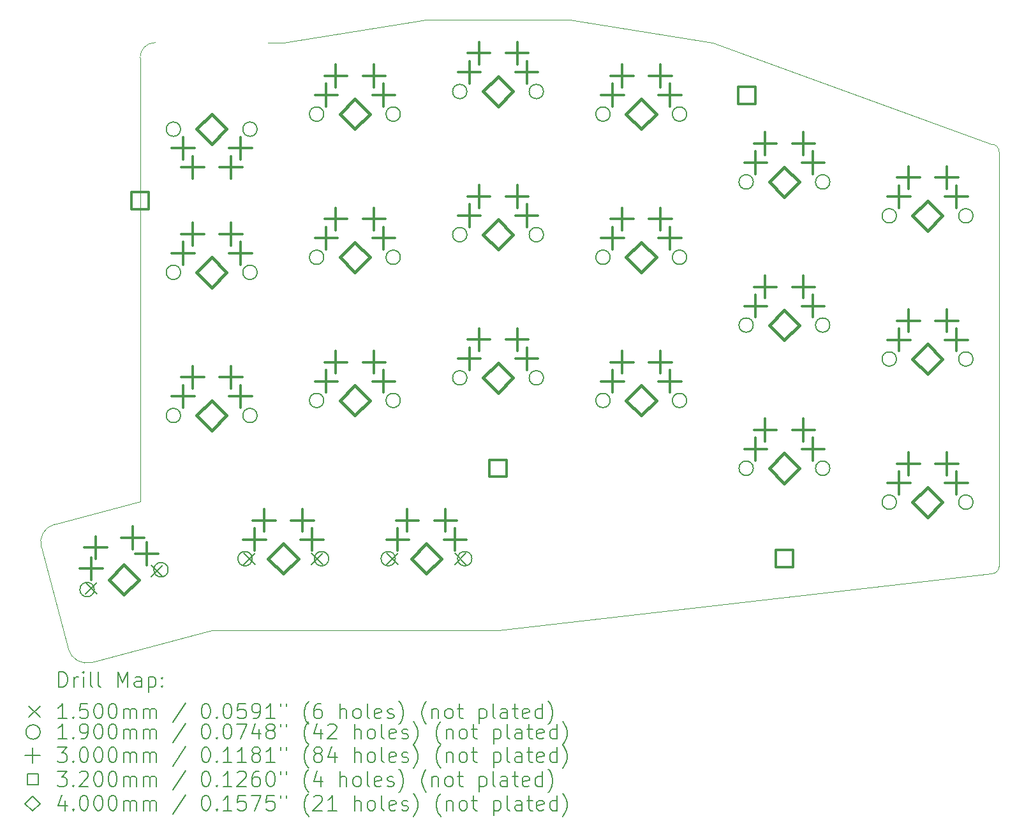
<source format=gbr>
%TF.GenerationSoftware,KiCad,Pcbnew,7.0.2-0*%
%TF.CreationDate,2023-05-24T10:58:33+08:00*%
%TF.ProjectId,Input,496e7075-742e-46b6-9963-61645f706362,2*%
%TF.SameCoordinates,PX717cbc0PY58b1140*%
%TF.FileFunction,Drillmap*%
%TF.FilePolarity,Positive*%
%FSLAX45Y45*%
G04 Gerber Fmt 4.5, Leading zero omitted, Abs format (unit mm)*
G04 Created by KiCad (PCBNEW 7.0.2-0) date 2023-05-24 10:58:33*
%MOMM*%
%LPD*%
G01*
G04 APERTURE LIST*
%ADD10C,0.100000*%
%ADD11C,0.200000*%
%ADD12C,0.150000*%
%ADD13C,0.190000*%
%ADD14C,0.300000*%
%ADD15C,0.320000*%
%ADD16C,0.400000*%
G04 APERTURE END LIST*
D10*
X2850000Y3350000D02*
X950000Y3050000D01*
X6650000Y3050000D02*
X4750000Y3350000D01*
X-949990Y2848001D02*
X-950000Y-3040000D01*
X10350000Y-4000000D02*
G75*
G03*
X10450000Y-3900000I0J100000D01*
G01*
X950000Y3050000D02*
X750000Y3050000D01*
X3800000Y-4750000D02*
X10350000Y-4000000D01*
X-2262303Y-3647930D02*
X-1899956Y-5000226D01*
X8Y-4749951D02*
X3800000Y-4750000D01*
X8Y-4749951D02*
X-1593770Y-5177003D01*
X-750000Y3050000D02*
G75*
G03*
X-949990Y2848001I0J-200000D01*
G01*
X10350000Y1700000D02*
X6650000Y3050000D01*
X10450000Y1600000D02*
G75*
G03*
X10350000Y1700000I-100000J0D01*
G01*
X-2085526Y-3341743D02*
G75*
G03*
X-2262303Y-3647930I64705J-241482D01*
G01*
X4750000Y3350000D02*
X2850000Y3350000D01*
X10450000Y-3900000D02*
X10450000Y1600000D01*
X-950000Y-3040000D02*
X-2085526Y-3341744D01*
X-1899951Y-5000225D02*
G75*
G03*
X-1593770Y-5177003I241482J64705D01*
G01*
D11*
D12*
X-1673166Y-4119669D02*
X-1523166Y-4269669D01*
X-1523166Y-4119669D02*
X-1673166Y-4269669D01*
X-803833Y-3886731D02*
X-653833Y-4036731D01*
X-653833Y-3886731D02*
X-803833Y-4036731D01*
X425000Y-3725000D02*
X575000Y-3875000D01*
X575000Y-3725000D02*
X425000Y-3875000D01*
X1325000Y-3725000D02*
X1475000Y-3875000D01*
X1475000Y-3725000D02*
X1325000Y-3875000D01*
X2325000Y-3725000D02*
X2475000Y-3875000D01*
X2475000Y-3725000D02*
X2325000Y-3875000D01*
X3225000Y-3725000D02*
X3375000Y-3875000D01*
X3375000Y-3725000D02*
X3225000Y-3875000D01*
D13*
X-1559190Y-4209680D02*
G75*
G03*
X-1559190Y-4209680I-95000J0D01*
G01*
X-577809Y-3946720D02*
G75*
G03*
X-577809Y-3946720I-95000J0D01*
G01*
X-413000Y1900000D02*
G75*
G03*
X-413000Y1900000I-95000J0D01*
G01*
X-413000Y0D02*
G75*
G03*
X-413000Y0I-95000J0D01*
G01*
X-413000Y-1900000D02*
G75*
G03*
X-413000Y-1900000I-95000J0D01*
G01*
X537000Y-3800000D02*
G75*
G03*
X537000Y-3800000I-95000J0D01*
G01*
X603000Y1900000D02*
G75*
G03*
X603000Y1900000I-95000J0D01*
G01*
X603000Y0D02*
G75*
G03*
X603000Y0I-95000J0D01*
G01*
X603000Y-1900000D02*
G75*
G03*
X603000Y-1900000I-95000J0D01*
G01*
X1487000Y2100000D02*
G75*
G03*
X1487000Y2100000I-95000J0D01*
G01*
X1487000Y200000D02*
G75*
G03*
X1487000Y200000I-95000J0D01*
G01*
X1487000Y-1700000D02*
G75*
G03*
X1487000Y-1700000I-95000J0D01*
G01*
X1553000Y-3800000D02*
G75*
G03*
X1553000Y-3800000I-95000J0D01*
G01*
X2437000Y-3800000D02*
G75*
G03*
X2437000Y-3800000I-95000J0D01*
G01*
X2503000Y2100000D02*
G75*
G03*
X2503000Y2100000I-95000J0D01*
G01*
X2503000Y200000D02*
G75*
G03*
X2503000Y200000I-95000J0D01*
G01*
X2503000Y-1700000D02*
G75*
G03*
X2503000Y-1700000I-95000J0D01*
G01*
X3387000Y2400000D02*
G75*
G03*
X3387000Y2400000I-95000J0D01*
G01*
X3387000Y500000D02*
G75*
G03*
X3387000Y500000I-95000J0D01*
G01*
X3387000Y-1400000D02*
G75*
G03*
X3387000Y-1400000I-95000J0D01*
G01*
X3453000Y-3800000D02*
G75*
G03*
X3453000Y-3800000I-95000J0D01*
G01*
X4403000Y2400000D02*
G75*
G03*
X4403000Y2400000I-95000J0D01*
G01*
X4403000Y500000D02*
G75*
G03*
X4403000Y500000I-95000J0D01*
G01*
X4403000Y-1400000D02*
G75*
G03*
X4403000Y-1400000I-95000J0D01*
G01*
X5287000Y2100000D02*
G75*
G03*
X5287000Y2100000I-95000J0D01*
G01*
X5287000Y200000D02*
G75*
G03*
X5287000Y200000I-95000J0D01*
G01*
X5287000Y-1700000D02*
G75*
G03*
X5287000Y-1700000I-95000J0D01*
G01*
X6303000Y2100000D02*
G75*
G03*
X6303000Y2100000I-95000J0D01*
G01*
X6303000Y200000D02*
G75*
G03*
X6303000Y200000I-95000J0D01*
G01*
X6303000Y-1700000D02*
G75*
G03*
X6303000Y-1700000I-95000J0D01*
G01*
X7187000Y1200000D02*
G75*
G03*
X7187000Y1200000I-95000J0D01*
G01*
X7187000Y-700000D02*
G75*
G03*
X7187000Y-700000I-95000J0D01*
G01*
X7187000Y-2600000D02*
G75*
G03*
X7187000Y-2600000I-95000J0D01*
G01*
X8203000Y1200000D02*
G75*
G03*
X8203000Y1200000I-95000J0D01*
G01*
X8203000Y-700000D02*
G75*
G03*
X8203000Y-700000I-95000J0D01*
G01*
X8203000Y-2600000D02*
G75*
G03*
X8203000Y-2600000I-95000J0D01*
G01*
X9087000Y750000D02*
G75*
G03*
X9087000Y750000I-95000J0D01*
G01*
X9087000Y-1150000D02*
G75*
G03*
X9087000Y-1150000I-95000J0D01*
G01*
X9087000Y-3050000D02*
G75*
G03*
X9087000Y-3050000I-95000J0D01*
G01*
X10103000Y750000D02*
G75*
G03*
X10103000Y750000I-95000J0D01*
G01*
X10103000Y-1150000D02*
G75*
G03*
X10103000Y-1150000I-95000J0D01*
G01*
X10103000Y-3050000D02*
G75*
G03*
X10103000Y-3050000I-95000J0D01*
G01*
D14*
X-1597257Y-3781465D02*
X-1597257Y-4081465D01*
X-1747257Y-3931465D02*
X-1447257Y-3931465D01*
X-1540325Y-3503250D02*
X-1540325Y-3803250D01*
X-1690325Y-3653250D02*
X-1390325Y-3653250D01*
X-1049635Y-3371770D02*
X-1049635Y-3671770D01*
X-1199635Y-3521770D02*
X-899634Y-3521770D01*
X-861222Y-3584245D02*
X-861222Y-3884245D01*
X-1011222Y-3734245D02*
X-711222Y-3734245D01*
X-381000Y1796000D02*
X-381000Y1496000D01*
X-531000Y1646000D02*
X-231000Y1646000D01*
X-381000Y404000D02*
X-381000Y104000D01*
X-531000Y254000D02*
X-231000Y254000D01*
X-381000Y-1496000D02*
X-381000Y-1796000D01*
X-531000Y-1646000D02*
X-231000Y-1646000D01*
X-254000Y1542000D02*
X-254000Y1242000D01*
X-404000Y1392000D02*
X-104000Y1392000D01*
X-254000Y658000D02*
X-254000Y358000D01*
X-404000Y508000D02*
X-104000Y508000D01*
X-254000Y-1242000D02*
X-254000Y-1542000D01*
X-404000Y-1392000D02*
X-104000Y-1392000D01*
X254000Y1542000D02*
X254000Y1242000D01*
X104000Y1392000D02*
X404000Y1392000D01*
X254000Y658000D02*
X254000Y358000D01*
X104000Y508000D02*
X404000Y508000D01*
X254000Y-1242000D02*
X254000Y-1542000D01*
X104000Y-1392000D02*
X404000Y-1392000D01*
X381000Y1796000D02*
X381000Y1496000D01*
X231000Y1646000D02*
X531000Y1646000D01*
X381000Y404000D02*
X381000Y104000D01*
X231000Y254000D02*
X531000Y254000D01*
X381000Y-1496000D02*
X381000Y-1796000D01*
X231000Y-1646000D02*
X531000Y-1646000D01*
X569000Y-3396000D02*
X569000Y-3696000D01*
X419000Y-3546000D02*
X719000Y-3546000D01*
X696000Y-3142000D02*
X696000Y-3442000D01*
X546000Y-3292000D02*
X846000Y-3292000D01*
X1204000Y-3142000D02*
X1204000Y-3442000D01*
X1054000Y-3292000D02*
X1354000Y-3292000D01*
X1331000Y-3396000D02*
X1331000Y-3696000D01*
X1181000Y-3546000D02*
X1481000Y-3546000D01*
X1519000Y2504000D02*
X1519000Y2204000D01*
X1369000Y2354000D02*
X1669000Y2354000D01*
X1519000Y604000D02*
X1519000Y304000D01*
X1369000Y454000D02*
X1669000Y454000D01*
X1519000Y-1296000D02*
X1519000Y-1596000D01*
X1369000Y-1446000D02*
X1669000Y-1446000D01*
X1646000Y2758000D02*
X1646000Y2458000D01*
X1496000Y2608000D02*
X1796000Y2608000D01*
X1646000Y858000D02*
X1646000Y558000D01*
X1496000Y708000D02*
X1796000Y708000D01*
X1646000Y-1042000D02*
X1646000Y-1342000D01*
X1496000Y-1192000D02*
X1796000Y-1192000D01*
X2154000Y2758000D02*
X2154000Y2458000D01*
X2004000Y2608000D02*
X2304000Y2608000D01*
X2154000Y858000D02*
X2154000Y558000D01*
X2004000Y708000D02*
X2304000Y708000D01*
X2154000Y-1042000D02*
X2154000Y-1342000D01*
X2004000Y-1192000D02*
X2304000Y-1192000D01*
X2281000Y2504000D02*
X2281000Y2204000D01*
X2131000Y2354000D02*
X2431000Y2354000D01*
X2281000Y604000D02*
X2281000Y304000D01*
X2131000Y454000D02*
X2431000Y454000D01*
X2281000Y-1296000D02*
X2281000Y-1596000D01*
X2131000Y-1446000D02*
X2431000Y-1446000D01*
X2469000Y-3396000D02*
X2469000Y-3696000D01*
X2319000Y-3546000D02*
X2619000Y-3546000D01*
X2596000Y-3142000D02*
X2596000Y-3442000D01*
X2446000Y-3292000D02*
X2746000Y-3292000D01*
X3104000Y-3142000D02*
X3104000Y-3442000D01*
X2954000Y-3292000D02*
X3254000Y-3292000D01*
X3231000Y-3396000D02*
X3231000Y-3696000D01*
X3081000Y-3546000D02*
X3381000Y-3546000D01*
X3419000Y2804000D02*
X3419000Y2504000D01*
X3269000Y2654000D02*
X3569000Y2654000D01*
X3419000Y904000D02*
X3419000Y604000D01*
X3269000Y754000D02*
X3569000Y754000D01*
X3419000Y-996000D02*
X3419000Y-1296000D01*
X3269000Y-1146000D02*
X3569000Y-1146000D01*
X3546000Y3058000D02*
X3546000Y2758000D01*
X3396000Y2908000D02*
X3696000Y2908000D01*
X3546000Y1158000D02*
X3546000Y858000D01*
X3396000Y1008000D02*
X3696000Y1008000D01*
X3546000Y-742000D02*
X3546000Y-1042000D01*
X3396000Y-892000D02*
X3696000Y-892000D01*
X4054000Y3058000D02*
X4054000Y2758000D01*
X3904000Y2908000D02*
X4204000Y2908000D01*
X4054000Y1158000D02*
X4054000Y858000D01*
X3904000Y1008000D02*
X4204000Y1008000D01*
X4054000Y-742000D02*
X4054000Y-1042000D01*
X3904000Y-892000D02*
X4204000Y-892000D01*
X4181000Y2804000D02*
X4181000Y2504000D01*
X4031000Y2654000D02*
X4331000Y2654000D01*
X4181000Y904000D02*
X4181000Y604000D01*
X4031000Y754000D02*
X4331000Y754000D01*
X4181000Y-996000D02*
X4181000Y-1296000D01*
X4031000Y-1146000D02*
X4331000Y-1146000D01*
X5319000Y2504000D02*
X5319000Y2204000D01*
X5169000Y2354000D02*
X5469000Y2354000D01*
X5319000Y604000D02*
X5319000Y304000D01*
X5169000Y454000D02*
X5469000Y454000D01*
X5319000Y-1296000D02*
X5319000Y-1596000D01*
X5169000Y-1446000D02*
X5469000Y-1446000D01*
X5446000Y2758000D02*
X5446000Y2458000D01*
X5296000Y2608000D02*
X5596000Y2608000D01*
X5446000Y858000D02*
X5446000Y558000D01*
X5296000Y708000D02*
X5596000Y708000D01*
X5446000Y-1042000D02*
X5446000Y-1342000D01*
X5296000Y-1192000D02*
X5596000Y-1192000D01*
X5954000Y2758000D02*
X5954000Y2458000D01*
X5804000Y2608000D02*
X6104000Y2608000D01*
X5954000Y858000D02*
X5954000Y558000D01*
X5804000Y708000D02*
X6104000Y708000D01*
X5954000Y-1042000D02*
X5954000Y-1342000D01*
X5804000Y-1192000D02*
X6104000Y-1192000D01*
X6081000Y2504000D02*
X6081000Y2204000D01*
X5931000Y2354000D02*
X6231000Y2354000D01*
X6081000Y604000D02*
X6081000Y304000D01*
X5931000Y454000D02*
X6231000Y454000D01*
X6081000Y-1296000D02*
X6081000Y-1596000D01*
X5931000Y-1446000D02*
X6231000Y-1446000D01*
X7219000Y1604000D02*
X7219000Y1304000D01*
X7069000Y1454000D02*
X7369000Y1454000D01*
X7219000Y-296000D02*
X7219000Y-596000D01*
X7069000Y-446000D02*
X7369000Y-446000D01*
X7219000Y-2196000D02*
X7219000Y-2496000D01*
X7069000Y-2346000D02*
X7369000Y-2346000D01*
X7346000Y1858000D02*
X7346000Y1558000D01*
X7196000Y1708000D02*
X7496000Y1708000D01*
X7346000Y-42000D02*
X7346000Y-342000D01*
X7196000Y-192000D02*
X7496000Y-192000D01*
X7346000Y-1942000D02*
X7346000Y-2242000D01*
X7196000Y-2092000D02*
X7496000Y-2092000D01*
X7854000Y1858000D02*
X7854000Y1558000D01*
X7704000Y1708000D02*
X8004000Y1708000D01*
X7854000Y-42000D02*
X7854000Y-342000D01*
X7704000Y-192000D02*
X8004000Y-192000D01*
X7854000Y-1942000D02*
X7854000Y-2242000D01*
X7704000Y-2092000D02*
X8004000Y-2092000D01*
X7981000Y1604000D02*
X7981000Y1304000D01*
X7831000Y1454000D02*
X8131000Y1454000D01*
X7981000Y-296000D02*
X7981000Y-596000D01*
X7831000Y-446000D02*
X8131000Y-446000D01*
X7981000Y-2196000D02*
X7981000Y-2496000D01*
X7831000Y-2346000D02*
X8131000Y-2346000D01*
X9119000Y1154000D02*
X9119000Y854000D01*
X8969000Y1004000D02*
X9269000Y1004000D01*
X9119000Y-746000D02*
X9119000Y-1046000D01*
X8969000Y-896000D02*
X9269000Y-896000D01*
X9119000Y-2646000D02*
X9119000Y-2946000D01*
X8969000Y-2796000D02*
X9269000Y-2796000D01*
X9246000Y1408000D02*
X9246000Y1108000D01*
X9096000Y1258000D02*
X9396000Y1258000D01*
X9246000Y-492000D02*
X9246000Y-792000D01*
X9096000Y-642000D02*
X9396000Y-642000D01*
X9246000Y-2392000D02*
X9246000Y-2692000D01*
X9096000Y-2542000D02*
X9396000Y-2542000D01*
X9754000Y1408000D02*
X9754000Y1108000D01*
X9604000Y1258000D02*
X9904000Y1258000D01*
X9754000Y-492000D02*
X9754000Y-792000D01*
X9604000Y-642000D02*
X9904000Y-642000D01*
X9754000Y-2392000D02*
X9754000Y-2692000D01*
X9604000Y-2542000D02*
X9904000Y-2542000D01*
X9881000Y1154000D02*
X9881000Y854000D01*
X9731000Y1004000D02*
X10031000Y1004000D01*
X9881000Y-746000D02*
X9881000Y-1046000D01*
X9731000Y-896000D02*
X10031000Y-896000D01*
X9881000Y-2646000D02*
X9881000Y-2946000D01*
X9731000Y-2796000D02*
X10031000Y-2796000D01*
D15*
X-836862Y836862D02*
X-836862Y1063138D01*
X-1063138Y1063138D01*
X-1063138Y836862D01*
X-836862Y836862D01*
X3913138Y-2713138D02*
X3913138Y-2486862D01*
X3686862Y-2486862D01*
X3686862Y-2713138D01*
X3913138Y-2713138D01*
X7213138Y2236862D02*
X7213138Y2463138D01*
X6986862Y2463138D01*
X6986862Y2236862D01*
X7213138Y2236862D01*
X7713138Y-3913138D02*
X7713138Y-3686862D01*
X7486862Y-3686862D01*
X7486862Y-3913138D01*
X7713138Y-3913138D01*
D16*
X-1163500Y-4278200D02*
X-963500Y-4078200D01*
X-1163500Y-3878200D01*
X-1363500Y-4078200D01*
X-1163500Y-4278200D01*
X0Y1700000D02*
X200000Y1900000D01*
X0Y2100000D01*
X-200000Y1900000D01*
X0Y1700000D01*
X0Y-200000D02*
X200000Y0D01*
X0Y200000D01*
X-200000Y0D01*
X0Y-200000D01*
X0Y-2100000D02*
X200000Y-1900000D01*
X0Y-1700000D01*
X-200000Y-1900000D01*
X0Y-2100000D01*
X950000Y-4000000D02*
X1150000Y-3800000D01*
X950000Y-3600000D01*
X750000Y-3800000D01*
X950000Y-4000000D01*
X1900000Y1900000D02*
X2100000Y2100000D01*
X1900000Y2300000D01*
X1700000Y2100000D01*
X1900000Y1900000D01*
X1900000Y0D02*
X2100000Y200000D01*
X1900000Y400000D01*
X1700000Y200000D01*
X1900000Y0D01*
X1900000Y-1900000D02*
X2100000Y-1700000D01*
X1900000Y-1500000D01*
X1700000Y-1700000D01*
X1900000Y-1900000D01*
X2850000Y-4000000D02*
X3050000Y-3800000D01*
X2850000Y-3600000D01*
X2650000Y-3800000D01*
X2850000Y-4000000D01*
X3800000Y2200000D02*
X4000000Y2400000D01*
X3800000Y2600000D01*
X3600000Y2400000D01*
X3800000Y2200000D01*
X3800000Y300000D02*
X4000000Y500000D01*
X3800000Y700000D01*
X3600000Y500000D01*
X3800000Y300000D01*
X3800000Y-1600000D02*
X4000000Y-1400000D01*
X3800000Y-1200000D01*
X3600000Y-1400000D01*
X3800000Y-1600000D01*
X5700000Y1900000D02*
X5900000Y2100000D01*
X5700000Y2300000D01*
X5500000Y2100000D01*
X5700000Y1900000D01*
X5700000Y0D02*
X5900000Y200000D01*
X5700000Y400000D01*
X5500000Y200000D01*
X5700000Y0D01*
X5700000Y-1900000D02*
X5900000Y-1700000D01*
X5700000Y-1500000D01*
X5500000Y-1700000D01*
X5700000Y-1900000D01*
X7600000Y1000000D02*
X7800000Y1200000D01*
X7600000Y1400000D01*
X7400000Y1200000D01*
X7600000Y1000000D01*
X7600000Y-900000D02*
X7800000Y-700000D01*
X7600000Y-500000D01*
X7400000Y-700000D01*
X7600000Y-900000D01*
X7600000Y-2800000D02*
X7800000Y-2600000D01*
X7600000Y-2400000D01*
X7400000Y-2600000D01*
X7600000Y-2800000D01*
X9500000Y550000D02*
X9700000Y750000D01*
X9500000Y950000D01*
X9300000Y750000D01*
X9500000Y550000D01*
X9500000Y-1350000D02*
X9700000Y-1150000D01*
X9500000Y-950000D01*
X9300000Y-1150000D01*
X9500000Y-1350000D01*
X9500000Y-3250000D02*
X9700000Y-3050000D01*
X9500000Y-2850000D01*
X9300000Y-3050000D01*
X9500000Y-3250000D01*
D11*
X-2028202Y-5503044D02*
X-2028202Y-5303044D01*
X-2028202Y-5303044D02*
X-1980583Y-5303044D01*
X-1980583Y-5303044D02*
X-1952012Y-5312568D01*
X-1952012Y-5312568D02*
X-1932964Y-5331615D01*
X-1932964Y-5331615D02*
X-1923441Y-5350663D01*
X-1923441Y-5350663D02*
X-1913917Y-5388758D01*
X-1913917Y-5388758D02*
X-1913917Y-5417330D01*
X-1913917Y-5417330D02*
X-1923441Y-5455425D01*
X-1923441Y-5455425D02*
X-1932964Y-5474473D01*
X-1932964Y-5474473D02*
X-1952012Y-5493520D01*
X-1952012Y-5493520D02*
X-1980583Y-5503044D01*
X-1980583Y-5503044D02*
X-2028202Y-5503044D01*
X-1828202Y-5503044D02*
X-1828202Y-5369711D01*
X-1828202Y-5407806D02*
X-1818679Y-5388758D01*
X-1818679Y-5388758D02*
X-1809155Y-5379234D01*
X-1809155Y-5379234D02*
X-1790107Y-5369711D01*
X-1790107Y-5369711D02*
X-1771060Y-5369711D01*
X-1704393Y-5503044D02*
X-1704393Y-5369711D01*
X-1704393Y-5303044D02*
X-1713917Y-5312568D01*
X-1713917Y-5312568D02*
X-1704393Y-5322092D01*
X-1704393Y-5322092D02*
X-1694869Y-5312568D01*
X-1694869Y-5312568D02*
X-1704393Y-5303044D01*
X-1704393Y-5303044D02*
X-1704393Y-5322092D01*
X-1580583Y-5503044D02*
X-1599631Y-5493520D01*
X-1599631Y-5493520D02*
X-1609155Y-5474473D01*
X-1609155Y-5474473D02*
X-1609155Y-5303044D01*
X-1475822Y-5503044D02*
X-1494869Y-5493520D01*
X-1494869Y-5493520D02*
X-1504393Y-5474473D01*
X-1504393Y-5474473D02*
X-1504393Y-5303044D01*
X-1247250Y-5503044D02*
X-1247250Y-5303044D01*
X-1247250Y-5303044D02*
X-1180583Y-5445901D01*
X-1180583Y-5445901D02*
X-1113917Y-5303044D01*
X-1113917Y-5303044D02*
X-1113917Y-5503044D01*
X-932964Y-5503044D02*
X-932964Y-5398282D01*
X-932964Y-5398282D02*
X-942488Y-5379234D01*
X-942488Y-5379234D02*
X-961536Y-5369711D01*
X-961536Y-5369711D02*
X-999631Y-5369711D01*
X-999631Y-5369711D02*
X-1018679Y-5379234D01*
X-932964Y-5493520D02*
X-952012Y-5503044D01*
X-952012Y-5503044D02*
X-999631Y-5503044D01*
X-999631Y-5503044D02*
X-1018679Y-5493520D01*
X-1018679Y-5493520D02*
X-1028202Y-5474473D01*
X-1028202Y-5474473D02*
X-1028202Y-5455425D01*
X-1028202Y-5455425D02*
X-1018679Y-5436377D01*
X-1018679Y-5436377D02*
X-999631Y-5426854D01*
X-999631Y-5426854D02*
X-952012Y-5426854D01*
X-952012Y-5426854D02*
X-932964Y-5417330D01*
X-837726Y-5369711D02*
X-837726Y-5569711D01*
X-837726Y-5379234D02*
X-818679Y-5369711D01*
X-818679Y-5369711D02*
X-780583Y-5369711D01*
X-780583Y-5369711D02*
X-761536Y-5379234D01*
X-761536Y-5379234D02*
X-752012Y-5388758D01*
X-752012Y-5388758D02*
X-742488Y-5407806D01*
X-742488Y-5407806D02*
X-742488Y-5464949D01*
X-742488Y-5464949D02*
X-752012Y-5483996D01*
X-752012Y-5483996D02*
X-761536Y-5493520D01*
X-761536Y-5493520D02*
X-780583Y-5503044D01*
X-780583Y-5503044D02*
X-818679Y-5503044D01*
X-818679Y-5503044D02*
X-837726Y-5493520D01*
X-656774Y-5483996D02*
X-647250Y-5493520D01*
X-647250Y-5493520D02*
X-656774Y-5503044D01*
X-656774Y-5503044D02*
X-666298Y-5493520D01*
X-666298Y-5493520D02*
X-656774Y-5483996D01*
X-656774Y-5483996D02*
X-656774Y-5503044D01*
X-656774Y-5379234D02*
X-647250Y-5388758D01*
X-647250Y-5388758D02*
X-656774Y-5398282D01*
X-656774Y-5398282D02*
X-666298Y-5388758D01*
X-666298Y-5388758D02*
X-656774Y-5379234D01*
X-656774Y-5379234D02*
X-656774Y-5398282D01*
D12*
X-2425822Y-5755520D02*
X-2275822Y-5905520D01*
X-2275822Y-5755520D02*
X-2425822Y-5905520D01*
D11*
X-1923441Y-5923044D02*
X-2037726Y-5923044D01*
X-1980583Y-5923044D02*
X-1980583Y-5723044D01*
X-1980583Y-5723044D02*
X-1999631Y-5751615D01*
X-1999631Y-5751615D02*
X-2018679Y-5770663D01*
X-2018679Y-5770663D02*
X-2037726Y-5780187D01*
X-1837726Y-5903996D02*
X-1828202Y-5913520D01*
X-1828202Y-5913520D02*
X-1837726Y-5923044D01*
X-1837726Y-5923044D02*
X-1847250Y-5913520D01*
X-1847250Y-5913520D02*
X-1837726Y-5903996D01*
X-1837726Y-5903996D02*
X-1837726Y-5923044D01*
X-1647250Y-5723044D02*
X-1742488Y-5723044D01*
X-1742488Y-5723044D02*
X-1752012Y-5818282D01*
X-1752012Y-5818282D02*
X-1742488Y-5808758D01*
X-1742488Y-5808758D02*
X-1723441Y-5799234D01*
X-1723441Y-5799234D02*
X-1675821Y-5799234D01*
X-1675821Y-5799234D02*
X-1656774Y-5808758D01*
X-1656774Y-5808758D02*
X-1647250Y-5818282D01*
X-1647250Y-5818282D02*
X-1637726Y-5837330D01*
X-1637726Y-5837330D02*
X-1637726Y-5884949D01*
X-1637726Y-5884949D02*
X-1647250Y-5903996D01*
X-1647250Y-5903996D02*
X-1656774Y-5913520D01*
X-1656774Y-5913520D02*
X-1675821Y-5923044D01*
X-1675821Y-5923044D02*
X-1723441Y-5923044D01*
X-1723441Y-5923044D02*
X-1742488Y-5913520D01*
X-1742488Y-5913520D02*
X-1752012Y-5903996D01*
X-1513917Y-5723044D02*
X-1494869Y-5723044D01*
X-1494869Y-5723044D02*
X-1475821Y-5732568D01*
X-1475821Y-5732568D02*
X-1466298Y-5742092D01*
X-1466298Y-5742092D02*
X-1456774Y-5761139D01*
X-1456774Y-5761139D02*
X-1447250Y-5799234D01*
X-1447250Y-5799234D02*
X-1447250Y-5846853D01*
X-1447250Y-5846853D02*
X-1456774Y-5884949D01*
X-1456774Y-5884949D02*
X-1466298Y-5903996D01*
X-1466298Y-5903996D02*
X-1475821Y-5913520D01*
X-1475821Y-5913520D02*
X-1494869Y-5923044D01*
X-1494869Y-5923044D02*
X-1513917Y-5923044D01*
X-1513917Y-5923044D02*
X-1532964Y-5913520D01*
X-1532964Y-5913520D02*
X-1542488Y-5903996D01*
X-1542488Y-5903996D02*
X-1552012Y-5884949D01*
X-1552012Y-5884949D02*
X-1561536Y-5846853D01*
X-1561536Y-5846853D02*
X-1561536Y-5799234D01*
X-1561536Y-5799234D02*
X-1552012Y-5761139D01*
X-1552012Y-5761139D02*
X-1542488Y-5742092D01*
X-1542488Y-5742092D02*
X-1532964Y-5732568D01*
X-1532964Y-5732568D02*
X-1513917Y-5723044D01*
X-1323441Y-5723044D02*
X-1304393Y-5723044D01*
X-1304393Y-5723044D02*
X-1285345Y-5732568D01*
X-1285345Y-5732568D02*
X-1275822Y-5742092D01*
X-1275822Y-5742092D02*
X-1266298Y-5761139D01*
X-1266298Y-5761139D02*
X-1256774Y-5799234D01*
X-1256774Y-5799234D02*
X-1256774Y-5846853D01*
X-1256774Y-5846853D02*
X-1266298Y-5884949D01*
X-1266298Y-5884949D02*
X-1275822Y-5903996D01*
X-1275822Y-5903996D02*
X-1285345Y-5913520D01*
X-1285345Y-5913520D02*
X-1304393Y-5923044D01*
X-1304393Y-5923044D02*
X-1323441Y-5923044D01*
X-1323441Y-5923044D02*
X-1342488Y-5913520D01*
X-1342488Y-5913520D02*
X-1352012Y-5903996D01*
X-1352012Y-5903996D02*
X-1361536Y-5884949D01*
X-1361536Y-5884949D02*
X-1371060Y-5846853D01*
X-1371060Y-5846853D02*
X-1371060Y-5799234D01*
X-1371060Y-5799234D02*
X-1361536Y-5761139D01*
X-1361536Y-5761139D02*
X-1352012Y-5742092D01*
X-1352012Y-5742092D02*
X-1342488Y-5732568D01*
X-1342488Y-5732568D02*
X-1323441Y-5723044D01*
X-1171060Y-5923044D02*
X-1171060Y-5789711D01*
X-1171060Y-5808758D02*
X-1161536Y-5799234D01*
X-1161536Y-5799234D02*
X-1142488Y-5789711D01*
X-1142488Y-5789711D02*
X-1113917Y-5789711D01*
X-1113917Y-5789711D02*
X-1094869Y-5799234D01*
X-1094869Y-5799234D02*
X-1085345Y-5818282D01*
X-1085345Y-5818282D02*
X-1085345Y-5923044D01*
X-1085345Y-5818282D02*
X-1075822Y-5799234D01*
X-1075822Y-5799234D02*
X-1056774Y-5789711D01*
X-1056774Y-5789711D02*
X-1028202Y-5789711D01*
X-1028202Y-5789711D02*
X-1009155Y-5799234D01*
X-1009155Y-5799234D02*
X-999631Y-5818282D01*
X-999631Y-5818282D02*
X-999631Y-5923044D01*
X-904393Y-5923044D02*
X-904393Y-5789711D01*
X-904393Y-5808758D02*
X-894869Y-5799234D01*
X-894869Y-5799234D02*
X-875821Y-5789711D01*
X-875821Y-5789711D02*
X-847250Y-5789711D01*
X-847250Y-5789711D02*
X-828202Y-5799234D01*
X-828202Y-5799234D02*
X-818679Y-5818282D01*
X-818679Y-5818282D02*
X-818679Y-5923044D01*
X-818679Y-5818282D02*
X-809155Y-5799234D01*
X-809155Y-5799234D02*
X-790107Y-5789711D01*
X-790107Y-5789711D02*
X-761536Y-5789711D01*
X-761536Y-5789711D02*
X-742488Y-5799234D01*
X-742488Y-5799234D02*
X-732964Y-5818282D01*
X-732964Y-5818282D02*
X-732964Y-5923044D01*
X-342488Y-5713520D02*
X-513917Y-5970663D01*
X-85345Y-5723044D02*
X-66298Y-5723044D01*
X-66298Y-5723044D02*
X-47250Y-5732568D01*
X-47250Y-5732568D02*
X-37726Y-5742092D01*
X-37726Y-5742092D02*
X-28202Y-5761139D01*
X-28202Y-5761139D02*
X-18679Y-5799234D01*
X-18679Y-5799234D02*
X-18679Y-5846853D01*
X-18679Y-5846853D02*
X-28202Y-5884949D01*
X-28202Y-5884949D02*
X-37726Y-5903996D01*
X-37726Y-5903996D02*
X-47250Y-5913520D01*
X-47250Y-5913520D02*
X-66298Y-5923044D01*
X-66298Y-5923044D02*
X-85345Y-5923044D01*
X-85345Y-5923044D02*
X-104393Y-5913520D01*
X-104393Y-5913520D02*
X-113917Y-5903996D01*
X-113917Y-5903996D02*
X-123440Y-5884949D01*
X-123440Y-5884949D02*
X-132964Y-5846853D01*
X-132964Y-5846853D02*
X-132964Y-5799234D01*
X-132964Y-5799234D02*
X-123440Y-5761139D01*
X-123440Y-5761139D02*
X-113917Y-5742092D01*
X-113917Y-5742092D02*
X-104393Y-5732568D01*
X-104393Y-5732568D02*
X-85345Y-5723044D01*
X67036Y-5903996D02*
X76560Y-5913520D01*
X76560Y-5913520D02*
X67036Y-5923044D01*
X67036Y-5923044D02*
X57512Y-5913520D01*
X57512Y-5913520D02*
X67036Y-5903996D01*
X67036Y-5903996D02*
X67036Y-5923044D01*
X200369Y-5723044D02*
X219417Y-5723044D01*
X219417Y-5723044D02*
X238464Y-5732568D01*
X238464Y-5732568D02*
X247988Y-5742092D01*
X247988Y-5742092D02*
X257512Y-5761139D01*
X257512Y-5761139D02*
X267036Y-5799234D01*
X267036Y-5799234D02*
X267036Y-5846853D01*
X267036Y-5846853D02*
X257512Y-5884949D01*
X257512Y-5884949D02*
X247988Y-5903996D01*
X247988Y-5903996D02*
X238464Y-5913520D01*
X238464Y-5913520D02*
X219417Y-5923044D01*
X219417Y-5923044D02*
X200369Y-5923044D01*
X200369Y-5923044D02*
X181321Y-5913520D01*
X181321Y-5913520D02*
X171798Y-5903996D01*
X171798Y-5903996D02*
X162274Y-5884949D01*
X162274Y-5884949D02*
X152750Y-5846853D01*
X152750Y-5846853D02*
X152750Y-5799234D01*
X152750Y-5799234D02*
X162274Y-5761139D01*
X162274Y-5761139D02*
X171798Y-5742092D01*
X171798Y-5742092D02*
X181321Y-5732568D01*
X181321Y-5732568D02*
X200369Y-5723044D01*
X447988Y-5723044D02*
X352750Y-5723044D01*
X352750Y-5723044D02*
X343226Y-5818282D01*
X343226Y-5818282D02*
X352750Y-5808758D01*
X352750Y-5808758D02*
X371798Y-5799234D01*
X371798Y-5799234D02*
X419417Y-5799234D01*
X419417Y-5799234D02*
X438464Y-5808758D01*
X438464Y-5808758D02*
X447988Y-5818282D01*
X447988Y-5818282D02*
X457512Y-5837330D01*
X457512Y-5837330D02*
X457512Y-5884949D01*
X457512Y-5884949D02*
X447988Y-5903996D01*
X447988Y-5903996D02*
X438464Y-5913520D01*
X438464Y-5913520D02*
X419417Y-5923044D01*
X419417Y-5923044D02*
X371798Y-5923044D01*
X371798Y-5923044D02*
X352750Y-5913520D01*
X352750Y-5913520D02*
X343226Y-5903996D01*
X552750Y-5923044D02*
X590845Y-5923044D01*
X590845Y-5923044D02*
X609893Y-5913520D01*
X609893Y-5913520D02*
X619417Y-5903996D01*
X619417Y-5903996D02*
X638464Y-5875425D01*
X638464Y-5875425D02*
X647988Y-5837330D01*
X647988Y-5837330D02*
X647988Y-5761139D01*
X647988Y-5761139D02*
X638464Y-5742092D01*
X638464Y-5742092D02*
X628941Y-5732568D01*
X628941Y-5732568D02*
X609893Y-5723044D01*
X609893Y-5723044D02*
X571798Y-5723044D01*
X571798Y-5723044D02*
X552750Y-5732568D01*
X552750Y-5732568D02*
X543226Y-5742092D01*
X543226Y-5742092D02*
X533703Y-5761139D01*
X533703Y-5761139D02*
X533703Y-5808758D01*
X533703Y-5808758D02*
X543226Y-5827806D01*
X543226Y-5827806D02*
X552750Y-5837330D01*
X552750Y-5837330D02*
X571798Y-5846853D01*
X571798Y-5846853D02*
X609893Y-5846853D01*
X609893Y-5846853D02*
X628941Y-5837330D01*
X628941Y-5837330D02*
X638464Y-5827806D01*
X638464Y-5827806D02*
X647988Y-5808758D01*
X838464Y-5923044D02*
X724179Y-5923044D01*
X781321Y-5923044D02*
X781321Y-5723044D01*
X781321Y-5723044D02*
X762274Y-5751615D01*
X762274Y-5751615D02*
X743226Y-5770663D01*
X743226Y-5770663D02*
X724179Y-5780187D01*
X914655Y-5723044D02*
X914655Y-5761139D01*
X990845Y-5723044D02*
X990845Y-5761139D01*
X1286084Y-5999234D02*
X1276560Y-5989711D01*
X1276560Y-5989711D02*
X1257512Y-5961139D01*
X1257512Y-5961139D02*
X1247988Y-5942092D01*
X1247988Y-5942092D02*
X1238465Y-5913520D01*
X1238465Y-5913520D02*
X1228941Y-5865901D01*
X1228941Y-5865901D02*
X1228941Y-5827806D01*
X1228941Y-5827806D02*
X1238465Y-5780187D01*
X1238465Y-5780187D02*
X1247988Y-5751615D01*
X1247988Y-5751615D02*
X1257512Y-5732568D01*
X1257512Y-5732568D02*
X1276560Y-5703996D01*
X1276560Y-5703996D02*
X1286084Y-5694472D01*
X1447988Y-5723044D02*
X1409893Y-5723044D01*
X1409893Y-5723044D02*
X1390845Y-5732568D01*
X1390845Y-5732568D02*
X1381322Y-5742092D01*
X1381322Y-5742092D02*
X1362274Y-5770663D01*
X1362274Y-5770663D02*
X1352750Y-5808758D01*
X1352750Y-5808758D02*
X1352750Y-5884949D01*
X1352750Y-5884949D02*
X1362274Y-5903996D01*
X1362274Y-5903996D02*
X1371798Y-5913520D01*
X1371798Y-5913520D02*
X1390845Y-5923044D01*
X1390845Y-5923044D02*
X1428941Y-5923044D01*
X1428941Y-5923044D02*
X1447988Y-5913520D01*
X1447988Y-5913520D02*
X1457512Y-5903996D01*
X1457512Y-5903996D02*
X1467036Y-5884949D01*
X1467036Y-5884949D02*
X1467036Y-5837330D01*
X1467036Y-5837330D02*
X1457512Y-5818282D01*
X1457512Y-5818282D02*
X1447988Y-5808758D01*
X1447988Y-5808758D02*
X1428941Y-5799234D01*
X1428941Y-5799234D02*
X1390845Y-5799234D01*
X1390845Y-5799234D02*
X1371798Y-5808758D01*
X1371798Y-5808758D02*
X1362274Y-5818282D01*
X1362274Y-5818282D02*
X1352750Y-5837330D01*
X1705131Y-5923044D02*
X1705131Y-5723044D01*
X1790845Y-5923044D02*
X1790845Y-5818282D01*
X1790845Y-5818282D02*
X1781322Y-5799234D01*
X1781322Y-5799234D02*
X1762274Y-5789711D01*
X1762274Y-5789711D02*
X1733703Y-5789711D01*
X1733703Y-5789711D02*
X1714655Y-5799234D01*
X1714655Y-5799234D02*
X1705131Y-5808758D01*
X1914655Y-5923044D02*
X1895607Y-5913520D01*
X1895607Y-5913520D02*
X1886084Y-5903996D01*
X1886084Y-5903996D02*
X1876560Y-5884949D01*
X1876560Y-5884949D02*
X1876560Y-5827806D01*
X1876560Y-5827806D02*
X1886084Y-5808758D01*
X1886084Y-5808758D02*
X1895607Y-5799234D01*
X1895607Y-5799234D02*
X1914655Y-5789711D01*
X1914655Y-5789711D02*
X1943226Y-5789711D01*
X1943226Y-5789711D02*
X1962274Y-5799234D01*
X1962274Y-5799234D02*
X1971798Y-5808758D01*
X1971798Y-5808758D02*
X1981322Y-5827806D01*
X1981322Y-5827806D02*
X1981322Y-5884949D01*
X1981322Y-5884949D02*
X1971798Y-5903996D01*
X1971798Y-5903996D02*
X1962274Y-5913520D01*
X1962274Y-5913520D02*
X1943226Y-5923044D01*
X1943226Y-5923044D02*
X1914655Y-5923044D01*
X2095607Y-5923044D02*
X2076560Y-5913520D01*
X2076560Y-5913520D02*
X2067036Y-5894472D01*
X2067036Y-5894472D02*
X2067036Y-5723044D01*
X2247988Y-5913520D02*
X2228941Y-5923044D01*
X2228941Y-5923044D02*
X2190846Y-5923044D01*
X2190846Y-5923044D02*
X2171798Y-5913520D01*
X2171798Y-5913520D02*
X2162274Y-5894472D01*
X2162274Y-5894472D02*
X2162274Y-5818282D01*
X2162274Y-5818282D02*
X2171798Y-5799234D01*
X2171798Y-5799234D02*
X2190846Y-5789711D01*
X2190846Y-5789711D02*
X2228941Y-5789711D01*
X2228941Y-5789711D02*
X2247988Y-5799234D01*
X2247988Y-5799234D02*
X2257512Y-5818282D01*
X2257512Y-5818282D02*
X2257512Y-5837330D01*
X2257512Y-5837330D02*
X2162274Y-5856377D01*
X2333703Y-5913520D02*
X2352750Y-5923044D01*
X2352750Y-5923044D02*
X2390846Y-5923044D01*
X2390846Y-5923044D02*
X2409893Y-5913520D01*
X2409893Y-5913520D02*
X2419417Y-5894472D01*
X2419417Y-5894472D02*
X2419417Y-5884949D01*
X2419417Y-5884949D02*
X2409893Y-5865901D01*
X2409893Y-5865901D02*
X2390846Y-5856377D01*
X2390846Y-5856377D02*
X2362274Y-5856377D01*
X2362274Y-5856377D02*
X2343227Y-5846853D01*
X2343227Y-5846853D02*
X2333703Y-5827806D01*
X2333703Y-5827806D02*
X2333703Y-5818282D01*
X2333703Y-5818282D02*
X2343227Y-5799234D01*
X2343227Y-5799234D02*
X2362274Y-5789711D01*
X2362274Y-5789711D02*
X2390846Y-5789711D01*
X2390846Y-5789711D02*
X2409893Y-5799234D01*
X2486084Y-5999234D02*
X2495608Y-5989711D01*
X2495608Y-5989711D02*
X2514655Y-5961139D01*
X2514655Y-5961139D02*
X2524179Y-5942092D01*
X2524179Y-5942092D02*
X2533703Y-5913520D01*
X2533703Y-5913520D02*
X2543227Y-5865901D01*
X2543227Y-5865901D02*
X2543227Y-5827806D01*
X2543227Y-5827806D02*
X2533703Y-5780187D01*
X2533703Y-5780187D02*
X2524179Y-5751615D01*
X2524179Y-5751615D02*
X2514655Y-5732568D01*
X2514655Y-5732568D02*
X2495608Y-5703996D01*
X2495608Y-5703996D02*
X2486084Y-5694472D01*
X2847988Y-5999234D02*
X2838465Y-5989711D01*
X2838465Y-5989711D02*
X2819417Y-5961139D01*
X2819417Y-5961139D02*
X2809893Y-5942092D01*
X2809893Y-5942092D02*
X2800369Y-5913520D01*
X2800369Y-5913520D02*
X2790846Y-5865901D01*
X2790846Y-5865901D02*
X2790846Y-5827806D01*
X2790846Y-5827806D02*
X2800369Y-5780187D01*
X2800369Y-5780187D02*
X2809893Y-5751615D01*
X2809893Y-5751615D02*
X2819417Y-5732568D01*
X2819417Y-5732568D02*
X2838465Y-5703996D01*
X2838465Y-5703996D02*
X2847988Y-5694472D01*
X2924179Y-5789711D02*
X2924179Y-5923044D01*
X2924179Y-5808758D02*
X2933703Y-5799234D01*
X2933703Y-5799234D02*
X2952750Y-5789711D01*
X2952750Y-5789711D02*
X2981322Y-5789711D01*
X2981322Y-5789711D02*
X3000369Y-5799234D01*
X3000369Y-5799234D02*
X3009893Y-5818282D01*
X3009893Y-5818282D02*
X3009893Y-5923044D01*
X3133703Y-5923044D02*
X3114655Y-5913520D01*
X3114655Y-5913520D02*
X3105131Y-5903996D01*
X3105131Y-5903996D02*
X3095607Y-5884949D01*
X3095607Y-5884949D02*
X3095607Y-5827806D01*
X3095607Y-5827806D02*
X3105131Y-5808758D01*
X3105131Y-5808758D02*
X3114655Y-5799234D01*
X3114655Y-5799234D02*
X3133703Y-5789711D01*
X3133703Y-5789711D02*
X3162274Y-5789711D01*
X3162274Y-5789711D02*
X3181322Y-5799234D01*
X3181322Y-5799234D02*
X3190846Y-5808758D01*
X3190846Y-5808758D02*
X3200369Y-5827806D01*
X3200369Y-5827806D02*
X3200369Y-5884949D01*
X3200369Y-5884949D02*
X3190846Y-5903996D01*
X3190846Y-5903996D02*
X3181322Y-5913520D01*
X3181322Y-5913520D02*
X3162274Y-5923044D01*
X3162274Y-5923044D02*
X3133703Y-5923044D01*
X3257512Y-5789711D02*
X3333703Y-5789711D01*
X3286084Y-5723044D02*
X3286084Y-5894472D01*
X3286084Y-5894472D02*
X3295607Y-5913520D01*
X3295607Y-5913520D02*
X3314655Y-5923044D01*
X3314655Y-5923044D02*
X3333703Y-5923044D01*
X3552750Y-5789711D02*
X3552750Y-5989711D01*
X3552750Y-5799234D02*
X3571798Y-5789711D01*
X3571798Y-5789711D02*
X3609893Y-5789711D01*
X3609893Y-5789711D02*
X3628941Y-5799234D01*
X3628941Y-5799234D02*
X3638465Y-5808758D01*
X3638465Y-5808758D02*
X3647988Y-5827806D01*
X3647988Y-5827806D02*
X3647988Y-5884949D01*
X3647988Y-5884949D02*
X3638465Y-5903996D01*
X3638465Y-5903996D02*
X3628941Y-5913520D01*
X3628941Y-5913520D02*
X3609893Y-5923044D01*
X3609893Y-5923044D02*
X3571798Y-5923044D01*
X3571798Y-5923044D02*
X3552750Y-5913520D01*
X3762274Y-5923044D02*
X3743227Y-5913520D01*
X3743227Y-5913520D02*
X3733703Y-5894472D01*
X3733703Y-5894472D02*
X3733703Y-5723044D01*
X3924179Y-5923044D02*
X3924179Y-5818282D01*
X3924179Y-5818282D02*
X3914655Y-5799234D01*
X3914655Y-5799234D02*
X3895608Y-5789711D01*
X3895608Y-5789711D02*
X3857512Y-5789711D01*
X3857512Y-5789711D02*
X3838465Y-5799234D01*
X3924179Y-5913520D02*
X3905131Y-5923044D01*
X3905131Y-5923044D02*
X3857512Y-5923044D01*
X3857512Y-5923044D02*
X3838465Y-5913520D01*
X3838465Y-5913520D02*
X3828941Y-5894472D01*
X3828941Y-5894472D02*
X3828941Y-5875425D01*
X3828941Y-5875425D02*
X3838465Y-5856377D01*
X3838465Y-5856377D02*
X3857512Y-5846853D01*
X3857512Y-5846853D02*
X3905131Y-5846853D01*
X3905131Y-5846853D02*
X3924179Y-5837330D01*
X3990846Y-5789711D02*
X4067036Y-5789711D01*
X4019417Y-5723044D02*
X4019417Y-5894472D01*
X4019417Y-5894472D02*
X4028941Y-5913520D01*
X4028941Y-5913520D02*
X4047988Y-5923044D01*
X4047988Y-5923044D02*
X4067036Y-5923044D01*
X4209893Y-5913520D02*
X4190846Y-5923044D01*
X4190846Y-5923044D02*
X4152750Y-5923044D01*
X4152750Y-5923044D02*
X4133703Y-5913520D01*
X4133703Y-5913520D02*
X4124179Y-5894472D01*
X4124179Y-5894472D02*
X4124179Y-5818282D01*
X4124179Y-5818282D02*
X4133703Y-5799234D01*
X4133703Y-5799234D02*
X4152750Y-5789711D01*
X4152750Y-5789711D02*
X4190846Y-5789711D01*
X4190846Y-5789711D02*
X4209893Y-5799234D01*
X4209893Y-5799234D02*
X4219417Y-5818282D01*
X4219417Y-5818282D02*
X4219417Y-5837330D01*
X4219417Y-5837330D02*
X4124179Y-5856377D01*
X4390846Y-5923044D02*
X4390846Y-5723044D01*
X4390846Y-5913520D02*
X4371798Y-5923044D01*
X4371798Y-5923044D02*
X4333703Y-5923044D01*
X4333703Y-5923044D02*
X4314655Y-5913520D01*
X4314655Y-5913520D02*
X4305131Y-5903996D01*
X4305131Y-5903996D02*
X4295608Y-5884949D01*
X4295608Y-5884949D02*
X4295608Y-5827806D01*
X4295608Y-5827806D02*
X4305131Y-5808758D01*
X4305131Y-5808758D02*
X4314655Y-5799234D01*
X4314655Y-5799234D02*
X4333703Y-5789711D01*
X4333703Y-5789711D02*
X4371798Y-5789711D01*
X4371798Y-5789711D02*
X4390846Y-5799234D01*
X4467036Y-5999234D02*
X4476560Y-5989711D01*
X4476560Y-5989711D02*
X4495608Y-5961139D01*
X4495608Y-5961139D02*
X4505131Y-5942092D01*
X4505131Y-5942092D02*
X4514655Y-5913520D01*
X4514655Y-5913520D02*
X4524179Y-5865901D01*
X4524179Y-5865901D02*
X4524179Y-5827806D01*
X4524179Y-5827806D02*
X4514655Y-5780187D01*
X4514655Y-5780187D02*
X4505131Y-5751615D01*
X4505131Y-5751615D02*
X4495608Y-5732568D01*
X4495608Y-5732568D02*
X4476560Y-5703996D01*
X4476560Y-5703996D02*
X4467036Y-5694472D01*
D13*
X-2275822Y-6100520D02*
G75*
G03*
X-2275822Y-6100520I-95000J0D01*
G01*
D11*
X-1923441Y-6193044D02*
X-2037726Y-6193044D01*
X-1980583Y-6193044D02*
X-1980583Y-5993044D01*
X-1980583Y-5993044D02*
X-1999631Y-6021615D01*
X-1999631Y-6021615D02*
X-2018679Y-6040663D01*
X-2018679Y-6040663D02*
X-2037726Y-6050187D01*
X-1837726Y-6173996D02*
X-1828202Y-6183520D01*
X-1828202Y-6183520D02*
X-1837726Y-6193044D01*
X-1837726Y-6193044D02*
X-1847250Y-6183520D01*
X-1847250Y-6183520D02*
X-1837726Y-6173996D01*
X-1837726Y-6173996D02*
X-1837726Y-6193044D01*
X-1732964Y-6193044D02*
X-1694869Y-6193044D01*
X-1694869Y-6193044D02*
X-1675821Y-6183520D01*
X-1675821Y-6183520D02*
X-1666298Y-6173996D01*
X-1666298Y-6173996D02*
X-1647250Y-6145425D01*
X-1647250Y-6145425D02*
X-1637726Y-6107330D01*
X-1637726Y-6107330D02*
X-1637726Y-6031139D01*
X-1637726Y-6031139D02*
X-1647250Y-6012092D01*
X-1647250Y-6012092D02*
X-1656774Y-6002568D01*
X-1656774Y-6002568D02*
X-1675821Y-5993044D01*
X-1675821Y-5993044D02*
X-1713917Y-5993044D01*
X-1713917Y-5993044D02*
X-1732964Y-6002568D01*
X-1732964Y-6002568D02*
X-1742488Y-6012092D01*
X-1742488Y-6012092D02*
X-1752012Y-6031139D01*
X-1752012Y-6031139D02*
X-1752012Y-6078758D01*
X-1752012Y-6078758D02*
X-1742488Y-6097806D01*
X-1742488Y-6097806D02*
X-1732964Y-6107330D01*
X-1732964Y-6107330D02*
X-1713917Y-6116853D01*
X-1713917Y-6116853D02*
X-1675821Y-6116853D01*
X-1675821Y-6116853D02*
X-1656774Y-6107330D01*
X-1656774Y-6107330D02*
X-1647250Y-6097806D01*
X-1647250Y-6097806D02*
X-1637726Y-6078758D01*
X-1513917Y-5993044D02*
X-1494869Y-5993044D01*
X-1494869Y-5993044D02*
X-1475821Y-6002568D01*
X-1475821Y-6002568D02*
X-1466298Y-6012092D01*
X-1466298Y-6012092D02*
X-1456774Y-6031139D01*
X-1456774Y-6031139D02*
X-1447250Y-6069234D01*
X-1447250Y-6069234D02*
X-1447250Y-6116853D01*
X-1447250Y-6116853D02*
X-1456774Y-6154949D01*
X-1456774Y-6154949D02*
X-1466298Y-6173996D01*
X-1466298Y-6173996D02*
X-1475821Y-6183520D01*
X-1475821Y-6183520D02*
X-1494869Y-6193044D01*
X-1494869Y-6193044D02*
X-1513917Y-6193044D01*
X-1513917Y-6193044D02*
X-1532964Y-6183520D01*
X-1532964Y-6183520D02*
X-1542488Y-6173996D01*
X-1542488Y-6173996D02*
X-1552012Y-6154949D01*
X-1552012Y-6154949D02*
X-1561536Y-6116853D01*
X-1561536Y-6116853D02*
X-1561536Y-6069234D01*
X-1561536Y-6069234D02*
X-1552012Y-6031139D01*
X-1552012Y-6031139D02*
X-1542488Y-6012092D01*
X-1542488Y-6012092D02*
X-1532964Y-6002568D01*
X-1532964Y-6002568D02*
X-1513917Y-5993044D01*
X-1323441Y-5993044D02*
X-1304393Y-5993044D01*
X-1304393Y-5993044D02*
X-1285345Y-6002568D01*
X-1285345Y-6002568D02*
X-1275822Y-6012092D01*
X-1275822Y-6012092D02*
X-1266298Y-6031139D01*
X-1266298Y-6031139D02*
X-1256774Y-6069234D01*
X-1256774Y-6069234D02*
X-1256774Y-6116853D01*
X-1256774Y-6116853D02*
X-1266298Y-6154949D01*
X-1266298Y-6154949D02*
X-1275822Y-6173996D01*
X-1275822Y-6173996D02*
X-1285345Y-6183520D01*
X-1285345Y-6183520D02*
X-1304393Y-6193044D01*
X-1304393Y-6193044D02*
X-1323441Y-6193044D01*
X-1323441Y-6193044D02*
X-1342488Y-6183520D01*
X-1342488Y-6183520D02*
X-1352012Y-6173996D01*
X-1352012Y-6173996D02*
X-1361536Y-6154949D01*
X-1361536Y-6154949D02*
X-1371060Y-6116853D01*
X-1371060Y-6116853D02*
X-1371060Y-6069234D01*
X-1371060Y-6069234D02*
X-1361536Y-6031139D01*
X-1361536Y-6031139D02*
X-1352012Y-6012092D01*
X-1352012Y-6012092D02*
X-1342488Y-6002568D01*
X-1342488Y-6002568D02*
X-1323441Y-5993044D01*
X-1171060Y-6193044D02*
X-1171060Y-6059711D01*
X-1171060Y-6078758D02*
X-1161536Y-6069234D01*
X-1161536Y-6069234D02*
X-1142488Y-6059711D01*
X-1142488Y-6059711D02*
X-1113917Y-6059711D01*
X-1113917Y-6059711D02*
X-1094869Y-6069234D01*
X-1094869Y-6069234D02*
X-1085345Y-6088282D01*
X-1085345Y-6088282D02*
X-1085345Y-6193044D01*
X-1085345Y-6088282D02*
X-1075822Y-6069234D01*
X-1075822Y-6069234D02*
X-1056774Y-6059711D01*
X-1056774Y-6059711D02*
X-1028202Y-6059711D01*
X-1028202Y-6059711D02*
X-1009155Y-6069234D01*
X-1009155Y-6069234D02*
X-999631Y-6088282D01*
X-999631Y-6088282D02*
X-999631Y-6193044D01*
X-904393Y-6193044D02*
X-904393Y-6059711D01*
X-904393Y-6078758D02*
X-894869Y-6069234D01*
X-894869Y-6069234D02*
X-875821Y-6059711D01*
X-875821Y-6059711D02*
X-847250Y-6059711D01*
X-847250Y-6059711D02*
X-828202Y-6069234D01*
X-828202Y-6069234D02*
X-818679Y-6088282D01*
X-818679Y-6088282D02*
X-818679Y-6193044D01*
X-818679Y-6088282D02*
X-809155Y-6069234D01*
X-809155Y-6069234D02*
X-790107Y-6059711D01*
X-790107Y-6059711D02*
X-761536Y-6059711D01*
X-761536Y-6059711D02*
X-742488Y-6069234D01*
X-742488Y-6069234D02*
X-732964Y-6088282D01*
X-732964Y-6088282D02*
X-732964Y-6193044D01*
X-342488Y-5983520D02*
X-513917Y-6240663D01*
X-85345Y-5993044D02*
X-66298Y-5993044D01*
X-66298Y-5993044D02*
X-47250Y-6002568D01*
X-47250Y-6002568D02*
X-37726Y-6012092D01*
X-37726Y-6012092D02*
X-28202Y-6031139D01*
X-28202Y-6031139D02*
X-18679Y-6069234D01*
X-18679Y-6069234D02*
X-18679Y-6116853D01*
X-18679Y-6116853D02*
X-28202Y-6154949D01*
X-28202Y-6154949D02*
X-37726Y-6173996D01*
X-37726Y-6173996D02*
X-47250Y-6183520D01*
X-47250Y-6183520D02*
X-66298Y-6193044D01*
X-66298Y-6193044D02*
X-85345Y-6193044D01*
X-85345Y-6193044D02*
X-104393Y-6183520D01*
X-104393Y-6183520D02*
X-113917Y-6173996D01*
X-113917Y-6173996D02*
X-123440Y-6154949D01*
X-123440Y-6154949D02*
X-132964Y-6116853D01*
X-132964Y-6116853D02*
X-132964Y-6069234D01*
X-132964Y-6069234D02*
X-123440Y-6031139D01*
X-123440Y-6031139D02*
X-113917Y-6012092D01*
X-113917Y-6012092D02*
X-104393Y-6002568D01*
X-104393Y-6002568D02*
X-85345Y-5993044D01*
X67036Y-6173996D02*
X76560Y-6183520D01*
X76560Y-6183520D02*
X67036Y-6193044D01*
X67036Y-6193044D02*
X57512Y-6183520D01*
X57512Y-6183520D02*
X67036Y-6173996D01*
X67036Y-6173996D02*
X67036Y-6193044D01*
X200369Y-5993044D02*
X219417Y-5993044D01*
X219417Y-5993044D02*
X238464Y-6002568D01*
X238464Y-6002568D02*
X247988Y-6012092D01*
X247988Y-6012092D02*
X257512Y-6031139D01*
X257512Y-6031139D02*
X267036Y-6069234D01*
X267036Y-6069234D02*
X267036Y-6116853D01*
X267036Y-6116853D02*
X257512Y-6154949D01*
X257512Y-6154949D02*
X247988Y-6173996D01*
X247988Y-6173996D02*
X238464Y-6183520D01*
X238464Y-6183520D02*
X219417Y-6193044D01*
X219417Y-6193044D02*
X200369Y-6193044D01*
X200369Y-6193044D02*
X181321Y-6183520D01*
X181321Y-6183520D02*
X171798Y-6173996D01*
X171798Y-6173996D02*
X162274Y-6154949D01*
X162274Y-6154949D02*
X152750Y-6116853D01*
X152750Y-6116853D02*
X152750Y-6069234D01*
X152750Y-6069234D02*
X162274Y-6031139D01*
X162274Y-6031139D02*
X171798Y-6012092D01*
X171798Y-6012092D02*
X181321Y-6002568D01*
X181321Y-6002568D02*
X200369Y-5993044D01*
X333703Y-5993044D02*
X467036Y-5993044D01*
X467036Y-5993044D02*
X381321Y-6193044D01*
X628941Y-6059711D02*
X628941Y-6193044D01*
X581322Y-5983520D02*
X533703Y-6126377D01*
X533703Y-6126377D02*
X657512Y-6126377D01*
X762274Y-6078758D02*
X743226Y-6069234D01*
X743226Y-6069234D02*
X733702Y-6059711D01*
X733702Y-6059711D02*
X724179Y-6040663D01*
X724179Y-6040663D02*
X724179Y-6031139D01*
X724179Y-6031139D02*
X733702Y-6012092D01*
X733702Y-6012092D02*
X743226Y-6002568D01*
X743226Y-6002568D02*
X762274Y-5993044D01*
X762274Y-5993044D02*
X800369Y-5993044D01*
X800369Y-5993044D02*
X819417Y-6002568D01*
X819417Y-6002568D02*
X828941Y-6012092D01*
X828941Y-6012092D02*
X838464Y-6031139D01*
X838464Y-6031139D02*
X838464Y-6040663D01*
X838464Y-6040663D02*
X828941Y-6059711D01*
X828941Y-6059711D02*
X819417Y-6069234D01*
X819417Y-6069234D02*
X800369Y-6078758D01*
X800369Y-6078758D02*
X762274Y-6078758D01*
X762274Y-6078758D02*
X743226Y-6088282D01*
X743226Y-6088282D02*
X733702Y-6097806D01*
X733702Y-6097806D02*
X724179Y-6116853D01*
X724179Y-6116853D02*
X724179Y-6154949D01*
X724179Y-6154949D02*
X733702Y-6173996D01*
X733702Y-6173996D02*
X743226Y-6183520D01*
X743226Y-6183520D02*
X762274Y-6193044D01*
X762274Y-6193044D02*
X800369Y-6193044D01*
X800369Y-6193044D02*
X819417Y-6183520D01*
X819417Y-6183520D02*
X828941Y-6173996D01*
X828941Y-6173996D02*
X838464Y-6154949D01*
X838464Y-6154949D02*
X838464Y-6116853D01*
X838464Y-6116853D02*
X828941Y-6097806D01*
X828941Y-6097806D02*
X819417Y-6088282D01*
X819417Y-6088282D02*
X800369Y-6078758D01*
X914655Y-5993044D02*
X914655Y-6031139D01*
X990845Y-5993044D02*
X990845Y-6031139D01*
X1286084Y-6269234D02*
X1276560Y-6259711D01*
X1276560Y-6259711D02*
X1257512Y-6231139D01*
X1257512Y-6231139D02*
X1247988Y-6212092D01*
X1247988Y-6212092D02*
X1238465Y-6183520D01*
X1238465Y-6183520D02*
X1228941Y-6135901D01*
X1228941Y-6135901D02*
X1228941Y-6097806D01*
X1228941Y-6097806D02*
X1238465Y-6050187D01*
X1238465Y-6050187D02*
X1247988Y-6021615D01*
X1247988Y-6021615D02*
X1257512Y-6002568D01*
X1257512Y-6002568D02*
X1276560Y-5973996D01*
X1276560Y-5973996D02*
X1286084Y-5964472D01*
X1447988Y-6059711D02*
X1447988Y-6193044D01*
X1400369Y-5983520D02*
X1352750Y-6126377D01*
X1352750Y-6126377D02*
X1476560Y-6126377D01*
X1543226Y-6012092D02*
X1552750Y-6002568D01*
X1552750Y-6002568D02*
X1571798Y-5993044D01*
X1571798Y-5993044D02*
X1619417Y-5993044D01*
X1619417Y-5993044D02*
X1638464Y-6002568D01*
X1638464Y-6002568D02*
X1647988Y-6012092D01*
X1647988Y-6012092D02*
X1657512Y-6031139D01*
X1657512Y-6031139D02*
X1657512Y-6050187D01*
X1657512Y-6050187D02*
X1647988Y-6078758D01*
X1647988Y-6078758D02*
X1533703Y-6193044D01*
X1533703Y-6193044D02*
X1657512Y-6193044D01*
X1895607Y-6193044D02*
X1895607Y-5993044D01*
X1981322Y-6193044D02*
X1981322Y-6088282D01*
X1981322Y-6088282D02*
X1971798Y-6069234D01*
X1971798Y-6069234D02*
X1952750Y-6059711D01*
X1952750Y-6059711D02*
X1924179Y-6059711D01*
X1924179Y-6059711D02*
X1905131Y-6069234D01*
X1905131Y-6069234D02*
X1895607Y-6078758D01*
X2105131Y-6193044D02*
X2086084Y-6183520D01*
X2086084Y-6183520D02*
X2076560Y-6173996D01*
X2076560Y-6173996D02*
X2067036Y-6154949D01*
X2067036Y-6154949D02*
X2067036Y-6097806D01*
X2067036Y-6097806D02*
X2076560Y-6078758D01*
X2076560Y-6078758D02*
X2086084Y-6069234D01*
X2086084Y-6069234D02*
X2105131Y-6059711D01*
X2105131Y-6059711D02*
X2133703Y-6059711D01*
X2133703Y-6059711D02*
X2152750Y-6069234D01*
X2152750Y-6069234D02*
X2162274Y-6078758D01*
X2162274Y-6078758D02*
X2171798Y-6097806D01*
X2171798Y-6097806D02*
X2171798Y-6154949D01*
X2171798Y-6154949D02*
X2162274Y-6173996D01*
X2162274Y-6173996D02*
X2152750Y-6183520D01*
X2152750Y-6183520D02*
X2133703Y-6193044D01*
X2133703Y-6193044D02*
X2105131Y-6193044D01*
X2286084Y-6193044D02*
X2267036Y-6183520D01*
X2267036Y-6183520D02*
X2257512Y-6164472D01*
X2257512Y-6164472D02*
X2257512Y-5993044D01*
X2438465Y-6183520D02*
X2419417Y-6193044D01*
X2419417Y-6193044D02*
X2381322Y-6193044D01*
X2381322Y-6193044D02*
X2362274Y-6183520D01*
X2362274Y-6183520D02*
X2352750Y-6164472D01*
X2352750Y-6164472D02*
X2352750Y-6088282D01*
X2352750Y-6088282D02*
X2362274Y-6069234D01*
X2362274Y-6069234D02*
X2381322Y-6059711D01*
X2381322Y-6059711D02*
X2419417Y-6059711D01*
X2419417Y-6059711D02*
X2438465Y-6069234D01*
X2438465Y-6069234D02*
X2447988Y-6088282D01*
X2447988Y-6088282D02*
X2447988Y-6107330D01*
X2447988Y-6107330D02*
X2352750Y-6126377D01*
X2524179Y-6183520D02*
X2543227Y-6193044D01*
X2543227Y-6193044D02*
X2581322Y-6193044D01*
X2581322Y-6193044D02*
X2600369Y-6183520D01*
X2600369Y-6183520D02*
X2609893Y-6164472D01*
X2609893Y-6164472D02*
X2609893Y-6154949D01*
X2609893Y-6154949D02*
X2600369Y-6135901D01*
X2600369Y-6135901D02*
X2581322Y-6126377D01*
X2581322Y-6126377D02*
X2552750Y-6126377D01*
X2552750Y-6126377D02*
X2533703Y-6116853D01*
X2533703Y-6116853D02*
X2524179Y-6097806D01*
X2524179Y-6097806D02*
X2524179Y-6088282D01*
X2524179Y-6088282D02*
X2533703Y-6069234D01*
X2533703Y-6069234D02*
X2552750Y-6059711D01*
X2552750Y-6059711D02*
X2581322Y-6059711D01*
X2581322Y-6059711D02*
X2600369Y-6069234D01*
X2676560Y-6269234D02*
X2686084Y-6259711D01*
X2686084Y-6259711D02*
X2705131Y-6231139D01*
X2705131Y-6231139D02*
X2714655Y-6212092D01*
X2714655Y-6212092D02*
X2724179Y-6183520D01*
X2724179Y-6183520D02*
X2733703Y-6135901D01*
X2733703Y-6135901D02*
X2733703Y-6097806D01*
X2733703Y-6097806D02*
X2724179Y-6050187D01*
X2724179Y-6050187D02*
X2714655Y-6021615D01*
X2714655Y-6021615D02*
X2705131Y-6002568D01*
X2705131Y-6002568D02*
X2686084Y-5973996D01*
X2686084Y-5973996D02*
X2676560Y-5964472D01*
X3038465Y-6269234D02*
X3028941Y-6259711D01*
X3028941Y-6259711D02*
X3009893Y-6231139D01*
X3009893Y-6231139D02*
X3000369Y-6212092D01*
X3000369Y-6212092D02*
X2990846Y-6183520D01*
X2990846Y-6183520D02*
X2981322Y-6135901D01*
X2981322Y-6135901D02*
X2981322Y-6097806D01*
X2981322Y-6097806D02*
X2990846Y-6050187D01*
X2990846Y-6050187D02*
X3000369Y-6021615D01*
X3000369Y-6021615D02*
X3009893Y-6002568D01*
X3009893Y-6002568D02*
X3028941Y-5973996D01*
X3028941Y-5973996D02*
X3038465Y-5964472D01*
X3114655Y-6059711D02*
X3114655Y-6193044D01*
X3114655Y-6078758D02*
X3124179Y-6069234D01*
X3124179Y-6069234D02*
X3143226Y-6059711D01*
X3143226Y-6059711D02*
X3171798Y-6059711D01*
X3171798Y-6059711D02*
X3190846Y-6069234D01*
X3190846Y-6069234D02*
X3200369Y-6088282D01*
X3200369Y-6088282D02*
X3200369Y-6193044D01*
X3324179Y-6193044D02*
X3305131Y-6183520D01*
X3305131Y-6183520D02*
X3295607Y-6173996D01*
X3295607Y-6173996D02*
X3286084Y-6154949D01*
X3286084Y-6154949D02*
X3286084Y-6097806D01*
X3286084Y-6097806D02*
X3295607Y-6078758D01*
X3295607Y-6078758D02*
X3305131Y-6069234D01*
X3305131Y-6069234D02*
X3324179Y-6059711D01*
X3324179Y-6059711D02*
X3352750Y-6059711D01*
X3352750Y-6059711D02*
X3371798Y-6069234D01*
X3371798Y-6069234D02*
X3381322Y-6078758D01*
X3381322Y-6078758D02*
X3390846Y-6097806D01*
X3390846Y-6097806D02*
X3390846Y-6154949D01*
X3390846Y-6154949D02*
X3381322Y-6173996D01*
X3381322Y-6173996D02*
X3371798Y-6183520D01*
X3371798Y-6183520D02*
X3352750Y-6193044D01*
X3352750Y-6193044D02*
X3324179Y-6193044D01*
X3447988Y-6059711D02*
X3524179Y-6059711D01*
X3476560Y-5993044D02*
X3476560Y-6164472D01*
X3476560Y-6164472D02*
X3486084Y-6183520D01*
X3486084Y-6183520D02*
X3505131Y-6193044D01*
X3505131Y-6193044D02*
X3524179Y-6193044D01*
X3743227Y-6059711D02*
X3743227Y-6259711D01*
X3743227Y-6069234D02*
X3762274Y-6059711D01*
X3762274Y-6059711D02*
X3800369Y-6059711D01*
X3800369Y-6059711D02*
X3819417Y-6069234D01*
X3819417Y-6069234D02*
X3828941Y-6078758D01*
X3828941Y-6078758D02*
X3838465Y-6097806D01*
X3838465Y-6097806D02*
X3838465Y-6154949D01*
X3838465Y-6154949D02*
X3828941Y-6173996D01*
X3828941Y-6173996D02*
X3819417Y-6183520D01*
X3819417Y-6183520D02*
X3800369Y-6193044D01*
X3800369Y-6193044D02*
X3762274Y-6193044D01*
X3762274Y-6193044D02*
X3743227Y-6183520D01*
X3952750Y-6193044D02*
X3933703Y-6183520D01*
X3933703Y-6183520D02*
X3924179Y-6164472D01*
X3924179Y-6164472D02*
X3924179Y-5993044D01*
X4114655Y-6193044D02*
X4114655Y-6088282D01*
X4114655Y-6088282D02*
X4105131Y-6069234D01*
X4105131Y-6069234D02*
X4086084Y-6059711D01*
X4086084Y-6059711D02*
X4047988Y-6059711D01*
X4047988Y-6059711D02*
X4028941Y-6069234D01*
X4114655Y-6183520D02*
X4095608Y-6193044D01*
X4095608Y-6193044D02*
X4047988Y-6193044D01*
X4047988Y-6193044D02*
X4028941Y-6183520D01*
X4028941Y-6183520D02*
X4019417Y-6164472D01*
X4019417Y-6164472D02*
X4019417Y-6145425D01*
X4019417Y-6145425D02*
X4028941Y-6126377D01*
X4028941Y-6126377D02*
X4047988Y-6116853D01*
X4047988Y-6116853D02*
X4095608Y-6116853D01*
X4095608Y-6116853D02*
X4114655Y-6107330D01*
X4181322Y-6059711D02*
X4257512Y-6059711D01*
X4209893Y-5993044D02*
X4209893Y-6164472D01*
X4209893Y-6164472D02*
X4219417Y-6183520D01*
X4219417Y-6183520D02*
X4238465Y-6193044D01*
X4238465Y-6193044D02*
X4257512Y-6193044D01*
X4400370Y-6183520D02*
X4381322Y-6193044D01*
X4381322Y-6193044D02*
X4343227Y-6193044D01*
X4343227Y-6193044D02*
X4324179Y-6183520D01*
X4324179Y-6183520D02*
X4314655Y-6164472D01*
X4314655Y-6164472D02*
X4314655Y-6088282D01*
X4314655Y-6088282D02*
X4324179Y-6069234D01*
X4324179Y-6069234D02*
X4343227Y-6059711D01*
X4343227Y-6059711D02*
X4381322Y-6059711D01*
X4381322Y-6059711D02*
X4400370Y-6069234D01*
X4400370Y-6069234D02*
X4409893Y-6088282D01*
X4409893Y-6088282D02*
X4409893Y-6107330D01*
X4409893Y-6107330D02*
X4314655Y-6126377D01*
X4581322Y-6193044D02*
X4581322Y-5993044D01*
X4581322Y-6183520D02*
X4562274Y-6193044D01*
X4562274Y-6193044D02*
X4524179Y-6193044D01*
X4524179Y-6193044D02*
X4505131Y-6183520D01*
X4505131Y-6183520D02*
X4495608Y-6173996D01*
X4495608Y-6173996D02*
X4486084Y-6154949D01*
X4486084Y-6154949D02*
X4486084Y-6097806D01*
X4486084Y-6097806D02*
X4495608Y-6078758D01*
X4495608Y-6078758D02*
X4505131Y-6069234D01*
X4505131Y-6069234D02*
X4524179Y-6059711D01*
X4524179Y-6059711D02*
X4562274Y-6059711D01*
X4562274Y-6059711D02*
X4581322Y-6069234D01*
X4657512Y-6269234D02*
X4667036Y-6259711D01*
X4667036Y-6259711D02*
X4686084Y-6231139D01*
X4686084Y-6231139D02*
X4695608Y-6212092D01*
X4695608Y-6212092D02*
X4705131Y-6183520D01*
X4705131Y-6183520D02*
X4714655Y-6135901D01*
X4714655Y-6135901D02*
X4714655Y-6097806D01*
X4714655Y-6097806D02*
X4705131Y-6050187D01*
X4705131Y-6050187D02*
X4695608Y-6021615D01*
X4695608Y-6021615D02*
X4686084Y-6002568D01*
X4686084Y-6002568D02*
X4667036Y-5973996D01*
X4667036Y-5973996D02*
X4657512Y-5964472D01*
X-2375822Y-6310520D02*
X-2375822Y-6510520D01*
X-2475822Y-6410520D02*
X-2275822Y-6410520D01*
X-2047250Y-6303044D02*
X-1923441Y-6303044D01*
X-1923441Y-6303044D02*
X-1990107Y-6379234D01*
X-1990107Y-6379234D02*
X-1961536Y-6379234D01*
X-1961536Y-6379234D02*
X-1942488Y-6388758D01*
X-1942488Y-6388758D02*
X-1932964Y-6398282D01*
X-1932964Y-6398282D02*
X-1923441Y-6417330D01*
X-1923441Y-6417330D02*
X-1923441Y-6464949D01*
X-1923441Y-6464949D02*
X-1932964Y-6483996D01*
X-1932964Y-6483996D02*
X-1942488Y-6493520D01*
X-1942488Y-6493520D02*
X-1961536Y-6503044D01*
X-1961536Y-6503044D02*
X-2018679Y-6503044D01*
X-2018679Y-6503044D02*
X-2037726Y-6493520D01*
X-2037726Y-6493520D02*
X-2047250Y-6483996D01*
X-1837726Y-6483996D02*
X-1828202Y-6493520D01*
X-1828202Y-6493520D02*
X-1837726Y-6503044D01*
X-1837726Y-6503044D02*
X-1847250Y-6493520D01*
X-1847250Y-6493520D02*
X-1837726Y-6483996D01*
X-1837726Y-6483996D02*
X-1837726Y-6503044D01*
X-1704393Y-6303044D02*
X-1685345Y-6303044D01*
X-1685345Y-6303044D02*
X-1666298Y-6312568D01*
X-1666298Y-6312568D02*
X-1656774Y-6322092D01*
X-1656774Y-6322092D02*
X-1647250Y-6341139D01*
X-1647250Y-6341139D02*
X-1637726Y-6379234D01*
X-1637726Y-6379234D02*
X-1637726Y-6426853D01*
X-1637726Y-6426853D02*
X-1647250Y-6464949D01*
X-1647250Y-6464949D02*
X-1656774Y-6483996D01*
X-1656774Y-6483996D02*
X-1666298Y-6493520D01*
X-1666298Y-6493520D02*
X-1685345Y-6503044D01*
X-1685345Y-6503044D02*
X-1704393Y-6503044D01*
X-1704393Y-6503044D02*
X-1723441Y-6493520D01*
X-1723441Y-6493520D02*
X-1732964Y-6483996D01*
X-1732964Y-6483996D02*
X-1742488Y-6464949D01*
X-1742488Y-6464949D02*
X-1752012Y-6426853D01*
X-1752012Y-6426853D02*
X-1752012Y-6379234D01*
X-1752012Y-6379234D02*
X-1742488Y-6341139D01*
X-1742488Y-6341139D02*
X-1732964Y-6322092D01*
X-1732964Y-6322092D02*
X-1723441Y-6312568D01*
X-1723441Y-6312568D02*
X-1704393Y-6303044D01*
X-1513917Y-6303044D02*
X-1494869Y-6303044D01*
X-1494869Y-6303044D02*
X-1475821Y-6312568D01*
X-1475821Y-6312568D02*
X-1466298Y-6322092D01*
X-1466298Y-6322092D02*
X-1456774Y-6341139D01*
X-1456774Y-6341139D02*
X-1447250Y-6379234D01*
X-1447250Y-6379234D02*
X-1447250Y-6426853D01*
X-1447250Y-6426853D02*
X-1456774Y-6464949D01*
X-1456774Y-6464949D02*
X-1466298Y-6483996D01*
X-1466298Y-6483996D02*
X-1475821Y-6493520D01*
X-1475821Y-6493520D02*
X-1494869Y-6503044D01*
X-1494869Y-6503044D02*
X-1513917Y-6503044D01*
X-1513917Y-6503044D02*
X-1532964Y-6493520D01*
X-1532964Y-6493520D02*
X-1542488Y-6483996D01*
X-1542488Y-6483996D02*
X-1552012Y-6464949D01*
X-1552012Y-6464949D02*
X-1561536Y-6426853D01*
X-1561536Y-6426853D02*
X-1561536Y-6379234D01*
X-1561536Y-6379234D02*
X-1552012Y-6341139D01*
X-1552012Y-6341139D02*
X-1542488Y-6322092D01*
X-1542488Y-6322092D02*
X-1532964Y-6312568D01*
X-1532964Y-6312568D02*
X-1513917Y-6303044D01*
X-1323441Y-6303044D02*
X-1304393Y-6303044D01*
X-1304393Y-6303044D02*
X-1285345Y-6312568D01*
X-1285345Y-6312568D02*
X-1275822Y-6322092D01*
X-1275822Y-6322092D02*
X-1266298Y-6341139D01*
X-1266298Y-6341139D02*
X-1256774Y-6379234D01*
X-1256774Y-6379234D02*
X-1256774Y-6426853D01*
X-1256774Y-6426853D02*
X-1266298Y-6464949D01*
X-1266298Y-6464949D02*
X-1275822Y-6483996D01*
X-1275822Y-6483996D02*
X-1285345Y-6493520D01*
X-1285345Y-6493520D02*
X-1304393Y-6503044D01*
X-1304393Y-6503044D02*
X-1323441Y-6503044D01*
X-1323441Y-6503044D02*
X-1342488Y-6493520D01*
X-1342488Y-6493520D02*
X-1352012Y-6483996D01*
X-1352012Y-6483996D02*
X-1361536Y-6464949D01*
X-1361536Y-6464949D02*
X-1371060Y-6426853D01*
X-1371060Y-6426853D02*
X-1371060Y-6379234D01*
X-1371060Y-6379234D02*
X-1361536Y-6341139D01*
X-1361536Y-6341139D02*
X-1352012Y-6322092D01*
X-1352012Y-6322092D02*
X-1342488Y-6312568D01*
X-1342488Y-6312568D02*
X-1323441Y-6303044D01*
X-1171060Y-6503044D02*
X-1171060Y-6369711D01*
X-1171060Y-6388758D02*
X-1161536Y-6379234D01*
X-1161536Y-6379234D02*
X-1142488Y-6369711D01*
X-1142488Y-6369711D02*
X-1113917Y-6369711D01*
X-1113917Y-6369711D02*
X-1094869Y-6379234D01*
X-1094869Y-6379234D02*
X-1085345Y-6398282D01*
X-1085345Y-6398282D02*
X-1085345Y-6503044D01*
X-1085345Y-6398282D02*
X-1075822Y-6379234D01*
X-1075822Y-6379234D02*
X-1056774Y-6369711D01*
X-1056774Y-6369711D02*
X-1028202Y-6369711D01*
X-1028202Y-6369711D02*
X-1009155Y-6379234D01*
X-1009155Y-6379234D02*
X-999631Y-6398282D01*
X-999631Y-6398282D02*
X-999631Y-6503044D01*
X-904393Y-6503044D02*
X-904393Y-6369711D01*
X-904393Y-6388758D02*
X-894869Y-6379234D01*
X-894869Y-6379234D02*
X-875821Y-6369711D01*
X-875821Y-6369711D02*
X-847250Y-6369711D01*
X-847250Y-6369711D02*
X-828202Y-6379234D01*
X-828202Y-6379234D02*
X-818679Y-6398282D01*
X-818679Y-6398282D02*
X-818679Y-6503044D01*
X-818679Y-6398282D02*
X-809155Y-6379234D01*
X-809155Y-6379234D02*
X-790107Y-6369711D01*
X-790107Y-6369711D02*
X-761536Y-6369711D01*
X-761536Y-6369711D02*
X-742488Y-6379234D01*
X-742488Y-6379234D02*
X-732964Y-6398282D01*
X-732964Y-6398282D02*
X-732964Y-6503044D01*
X-342488Y-6293520D02*
X-513917Y-6550663D01*
X-85345Y-6303044D02*
X-66298Y-6303044D01*
X-66298Y-6303044D02*
X-47250Y-6312568D01*
X-47250Y-6312568D02*
X-37726Y-6322092D01*
X-37726Y-6322092D02*
X-28202Y-6341139D01*
X-28202Y-6341139D02*
X-18679Y-6379234D01*
X-18679Y-6379234D02*
X-18679Y-6426853D01*
X-18679Y-6426853D02*
X-28202Y-6464949D01*
X-28202Y-6464949D02*
X-37726Y-6483996D01*
X-37726Y-6483996D02*
X-47250Y-6493520D01*
X-47250Y-6493520D02*
X-66298Y-6503044D01*
X-66298Y-6503044D02*
X-85345Y-6503044D01*
X-85345Y-6503044D02*
X-104393Y-6493520D01*
X-104393Y-6493520D02*
X-113917Y-6483996D01*
X-113917Y-6483996D02*
X-123440Y-6464949D01*
X-123440Y-6464949D02*
X-132964Y-6426853D01*
X-132964Y-6426853D02*
X-132964Y-6379234D01*
X-132964Y-6379234D02*
X-123440Y-6341139D01*
X-123440Y-6341139D02*
X-113917Y-6322092D01*
X-113917Y-6322092D02*
X-104393Y-6312568D01*
X-104393Y-6312568D02*
X-85345Y-6303044D01*
X67036Y-6483996D02*
X76560Y-6493520D01*
X76560Y-6493520D02*
X67036Y-6503044D01*
X67036Y-6503044D02*
X57512Y-6493520D01*
X57512Y-6493520D02*
X67036Y-6483996D01*
X67036Y-6483996D02*
X67036Y-6503044D01*
X267036Y-6503044D02*
X152750Y-6503044D01*
X209893Y-6503044D02*
X209893Y-6303044D01*
X209893Y-6303044D02*
X190845Y-6331615D01*
X190845Y-6331615D02*
X171798Y-6350663D01*
X171798Y-6350663D02*
X152750Y-6360187D01*
X457512Y-6503044D02*
X343226Y-6503044D01*
X400369Y-6503044D02*
X400369Y-6303044D01*
X400369Y-6303044D02*
X381321Y-6331615D01*
X381321Y-6331615D02*
X362274Y-6350663D01*
X362274Y-6350663D02*
X343226Y-6360187D01*
X571798Y-6388758D02*
X552750Y-6379234D01*
X552750Y-6379234D02*
X543226Y-6369711D01*
X543226Y-6369711D02*
X533703Y-6350663D01*
X533703Y-6350663D02*
X533703Y-6341139D01*
X533703Y-6341139D02*
X543226Y-6322092D01*
X543226Y-6322092D02*
X552750Y-6312568D01*
X552750Y-6312568D02*
X571798Y-6303044D01*
X571798Y-6303044D02*
X609893Y-6303044D01*
X609893Y-6303044D02*
X628941Y-6312568D01*
X628941Y-6312568D02*
X638464Y-6322092D01*
X638464Y-6322092D02*
X647988Y-6341139D01*
X647988Y-6341139D02*
X647988Y-6350663D01*
X647988Y-6350663D02*
X638464Y-6369711D01*
X638464Y-6369711D02*
X628941Y-6379234D01*
X628941Y-6379234D02*
X609893Y-6388758D01*
X609893Y-6388758D02*
X571798Y-6388758D01*
X571798Y-6388758D02*
X552750Y-6398282D01*
X552750Y-6398282D02*
X543226Y-6407806D01*
X543226Y-6407806D02*
X533703Y-6426853D01*
X533703Y-6426853D02*
X533703Y-6464949D01*
X533703Y-6464949D02*
X543226Y-6483996D01*
X543226Y-6483996D02*
X552750Y-6493520D01*
X552750Y-6493520D02*
X571798Y-6503044D01*
X571798Y-6503044D02*
X609893Y-6503044D01*
X609893Y-6503044D02*
X628941Y-6493520D01*
X628941Y-6493520D02*
X638464Y-6483996D01*
X638464Y-6483996D02*
X647988Y-6464949D01*
X647988Y-6464949D02*
X647988Y-6426853D01*
X647988Y-6426853D02*
X638464Y-6407806D01*
X638464Y-6407806D02*
X628941Y-6398282D01*
X628941Y-6398282D02*
X609893Y-6388758D01*
X838464Y-6503044D02*
X724179Y-6503044D01*
X781321Y-6503044D02*
X781321Y-6303044D01*
X781321Y-6303044D02*
X762274Y-6331615D01*
X762274Y-6331615D02*
X743226Y-6350663D01*
X743226Y-6350663D02*
X724179Y-6360187D01*
X914655Y-6303044D02*
X914655Y-6341139D01*
X990845Y-6303044D02*
X990845Y-6341139D01*
X1286084Y-6579234D02*
X1276560Y-6569711D01*
X1276560Y-6569711D02*
X1257512Y-6541139D01*
X1257512Y-6541139D02*
X1247988Y-6522092D01*
X1247988Y-6522092D02*
X1238465Y-6493520D01*
X1238465Y-6493520D02*
X1228941Y-6445901D01*
X1228941Y-6445901D02*
X1228941Y-6407806D01*
X1228941Y-6407806D02*
X1238465Y-6360187D01*
X1238465Y-6360187D02*
X1247988Y-6331615D01*
X1247988Y-6331615D02*
X1257512Y-6312568D01*
X1257512Y-6312568D02*
X1276560Y-6283996D01*
X1276560Y-6283996D02*
X1286084Y-6274472D01*
X1390845Y-6388758D02*
X1371798Y-6379234D01*
X1371798Y-6379234D02*
X1362274Y-6369711D01*
X1362274Y-6369711D02*
X1352750Y-6350663D01*
X1352750Y-6350663D02*
X1352750Y-6341139D01*
X1352750Y-6341139D02*
X1362274Y-6322092D01*
X1362274Y-6322092D02*
X1371798Y-6312568D01*
X1371798Y-6312568D02*
X1390845Y-6303044D01*
X1390845Y-6303044D02*
X1428941Y-6303044D01*
X1428941Y-6303044D02*
X1447988Y-6312568D01*
X1447988Y-6312568D02*
X1457512Y-6322092D01*
X1457512Y-6322092D02*
X1467036Y-6341139D01*
X1467036Y-6341139D02*
X1467036Y-6350663D01*
X1467036Y-6350663D02*
X1457512Y-6369711D01*
X1457512Y-6369711D02*
X1447988Y-6379234D01*
X1447988Y-6379234D02*
X1428941Y-6388758D01*
X1428941Y-6388758D02*
X1390845Y-6388758D01*
X1390845Y-6388758D02*
X1371798Y-6398282D01*
X1371798Y-6398282D02*
X1362274Y-6407806D01*
X1362274Y-6407806D02*
X1352750Y-6426853D01*
X1352750Y-6426853D02*
X1352750Y-6464949D01*
X1352750Y-6464949D02*
X1362274Y-6483996D01*
X1362274Y-6483996D02*
X1371798Y-6493520D01*
X1371798Y-6493520D02*
X1390845Y-6503044D01*
X1390845Y-6503044D02*
X1428941Y-6503044D01*
X1428941Y-6503044D02*
X1447988Y-6493520D01*
X1447988Y-6493520D02*
X1457512Y-6483996D01*
X1457512Y-6483996D02*
X1467036Y-6464949D01*
X1467036Y-6464949D02*
X1467036Y-6426853D01*
X1467036Y-6426853D02*
X1457512Y-6407806D01*
X1457512Y-6407806D02*
X1447988Y-6398282D01*
X1447988Y-6398282D02*
X1428941Y-6388758D01*
X1638464Y-6369711D02*
X1638464Y-6503044D01*
X1590845Y-6293520D02*
X1543226Y-6436377D01*
X1543226Y-6436377D02*
X1667036Y-6436377D01*
X1895607Y-6503044D02*
X1895607Y-6303044D01*
X1981322Y-6503044D02*
X1981322Y-6398282D01*
X1981322Y-6398282D02*
X1971798Y-6379234D01*
X1971798Y-6379234D02*
X1952750Y-6369711D01*
X1952750Y-6369711D02*
X1924179Y-6369711D01*
X1924179Y-6369711D02*
X1905131Y-6379234D01*
X1905131Y-6379234D02*
X1895607Y-6388758D01*
X2105131Y-6503044D02*
X2086084Y-6493520D01*
X2086084Y-6493520D02*
X2076560Y-6483996D01*
X2076560Y-6483996D02*
X2067036Y-6464949D01*
X2067036Y-6464949D02*
X2067036Y-6407806D01*
X2067036Y-6407806D02*
X2076560Y-6388758D01*
X2076560Y-6388758D02*
X2086084Y-6379234D01*
X2086084Y-6379234D02*
X2105131Y-6369711D01*
X2105131Y-6369711D02*
X2133703Y-6369711D01*
X2133703Y-6369711D02*
X2152750Y-6379234D01*
X2152750Y-6379234D02*
X2162274Y-6388758D01*
X2162274Y-6388758D02*
X2171798Y-6407806D01*
X2171798Y-6407806D02*
X2171798Y-6464949D01*
X2171798Y-6464949D02*
X2162274Y-6483996D01*
X2162274Y-6483996D02*
X2152750Y-6493520D01*
X2152750Y-6493520D02*
X2133703Y-6503044D01*
X2133703Y-6503044D02*
X2105131Y-6503044D01*
X2286084Y-6503044D02*
X2267036Y-6493520D01*
X2267036Y-6493520D02*
X2257512Y-6474472D01*
X2257512Y-6474472D02*
X2257512Y-6303044D01*
X2438465Y-6493520D02*
X2419417Y-6503044D01*
X2419417Y-6503044D02*
X2381322Y-6503044D01*
X2381322Y-6503044D02*
X2362274Y-6493520D01*
X2362274Y-6493520D02*
X2352750Y-6474472D01*
X2352750Y-6474472D02*
X2352750Y-6398282D01*
X2352750Y-6398282D02*
X2362274Y-6379234D01*
X2362274Y-6379234D02*
X2381322Y-6369711D01*
X2381322Y-6369711D02*
X2419417Y-6369711D01*
X2419417Y-6369711D02*
X2438465Y-6379234D01*
X2438465Y-6379234D02*
X2447988Y-6398282D01*
X2447988Y-6398282D02*
X2447988Y-6417330D01*
X2447988Y-6417330D02*
X2352750Y-6436377D01*
X2524179Y-6493520D02*
X2543227Y-6503044D01*
X2543227Y-6503044D02*
X2581322Y-6503044D01*
X2581322Y-6503044D02*
X2600369Y-6493520D01*
X2600369Y-6493520D02*
X2609893Y-6474472D01*
X2609893Y-6474472D02*
X2609893Y-6464949D01*
X2609893Y-6464949D02*
X2600369Y-6445901D01*
X2600369Y-6445901D02*
X2581322Y-6436377D01*
X2581322Y-6436377D02*
X2552750Y-6436377D01*
X2552750Y-6436377D02*
X2533703Y-6426853D01*
X2533703Y-6426853D02*
X2524179Y-6407806D01*
X2524179Y-6407806D02*
X2524179Y-6398282D01*
X2524179Y-6398282D02*
X2533703Y-6379234D01*
X2533703Y-6379234D02*
X2552750Y-6369711D01*
X2552750Y-6369711D02*
X2581322Y-6369711D01*
X2581322Y-6369711D02*
X2600369Y-6379234D01*
X2676560Y-6579234D02*
X2686084Y-6569711D01*
X2686084Y-6569711D02*
X2705131Y-6541139D01*
X2705131Y-6541139D02*
X2714655Y-6522092D01*
X2714655Y-6522092D02*
X2724179Y-6493520D01*
X2724179Y-6493520D02*
X2733703Y-6445901D01*
X2733703Y-6445901D02*
X2733703Y-6407806D01*
X2733703Y-6407806D02*
X2724179Y-6360187D01*
X2724179Y-6360187D02*
X2714655Y-6331615D01*
X2714655Y-6331615D02*
X2705131Y-6312568D01*
X2705131Y-6312568D02*
X2686084Y-6283996D01*
X2686084Y-6283996D02*
X2676560Y-6274472D01*
X3038465Y-6579234D02*
X3028941Y-6569711D01*
X3028941Y-6569711D02*
X3009893Y-6541139D01*
X3009893Y-6541139D02*
X3000369Y-6522092D01*
X3000369Y-6522092D02*
X2990846Y-6493520D01*
X2990846Y-6493520D02*
X2981322Y-6445901D01*
X2981322Y-6445901D02*
X2981322Y-6407806D01*
X2981322Y-6407806D02*
X2990846Y-6360187D01*
X2990846Y-6360187D02*
X3000369Y-6331615D01*
X3000369Y-6331615D02*
X3009893Y-6312568D01*
X3009893Y-6312568D02*
X3028941Y-6283996D01*
X3028941Y-6283996D02*
X3038465Y-6274472D01*
X3114655Y-6369711D02*
X3114655Y-6503044D01*
X3114655Y-6388758D02*
X3124179Y-6379234D01*
X3124179Y-6379234D02*
X3143226Y-6369711D01*
X3143226Y-6369711D02*
X3171798Y-6369711D01*
X3171798Y-6369711D02*
X3190846Y-6379234D01*
X3190846Y-6379234D02*
X3200369Y-6398282D01*
X3200369Y-6398282D02*
X3200369Y-6503044D01*
X3324179Y-6503044D02*
X3305131Y-6493520D01*
X3305131Y-6493520D02*
X3295607Y-6483996D01*
X3295607Y-6483996D02*
X3286084Y-6464949D01*
X3286084Y-6464949D02*
X3286084Y-6407806D01*
X3286084Y-6407806D02*
X3295607Y-6388758D01*
X3295607Y-6388758D02*
X3305131Y-6379234D01*
X3305131Y-6379234D02*
X3324179Y-6369711D01*
X3324179Y-6369711D02*
X3352750Y-6369711D01*
X3352750Y-6369711D02*
X3371798Y-6379234D01*
X3371798Y-6379234D02*
X3381322Y-6388758D01*
X3381322Y-6388758D02*
X3390846Y-6407806D01*
X3390846Y-6407806D02*
X3390846Y-6464949D01*
X3390846Y-6464949D02*
X3381322Y-6483996D01*
X3381322Y-6483996D02*
X3371798Y-6493520D01*
X3371798Y-6493520D02*
X3352750Y-6503044D01*
X3352750Y-6503044D02*
X3324179Y-6503044D01*
X3447988Y-6369711D02*
X3524179Y-6369711D01*
X3476560Y-6303044D02*
X3476560Y-6474472D01*
X3476560Y-6474472D02*
X3486084Y-6493520D01*
X3486084Y-6493520D02*
X3505131Y-6503044D01*
X3505131Y-6503044D02*
X3524179Y-6503044D01*
X3743227Y-6369711D02*
X3743227Y-6569711D01*
X3743227Y-6379234D02*
X3762274Y-6369711D01*
X3762274Y-6369711D02*
X3800369Y-6369711D01*
X3800369Y-6369711D02*
X3819417Y-6379234D01*
X3819417Y-6379234D02*
X3828941Y-6388758D01*
X3828941Y-6388758D02*
X3838465Y-6407806D01*
X3838465Y-6407806D02*
X3838465Y-6464949D01*
X3838465Y-6464949D02*
X3828941Y-6483996D01*
X3828941Y-6483996D02*
X3819417Y-6493520D01*
X3819417Y-6493520D02*
X3800369Y-6503044D01*
X3800369Y-6503044D02*
X3762274Y-6503044D01*
X3762274Y-6503044D02*
X3743227Y-6493520D01*
X3952750Y-6503044D02*
X3933703Y-6493520D01*
X3933703Y-6493520D02*
X3924179Y-6474472D01*
X3924179Y-6474472D02*
X3924179Y-6303044D01*
X4114655Y-6503044D02*
X4114655Y-6398282D01*
X4114655Y-6398282D02*
X4105131Y-6379234D01*
X4105131Y-6379234D02*
X4086084Y-6369711D01*
X4086084Y-6369711D02*
X4047988Y-6369711D01*
X4047988Y-6369711D02*
X4028941Y-6379234D01*
X4114655Y-6493520D02*
X4095608Y-6503044D01*
X4095608Y-6503044D02*
X4047988Y-6503044D01*
X4047988Y-6503044D02*
X4028941Y-6493520D01*
X4028941Y-6493520D02*
X4019417Y-6474472D01*
X4019417Y-6474472D02*
X4019417Y-6455425D01*
X4019417Y-6455425D02*
X4028941Y-6436377D01*
X4028941Y-6436377D02*
X4047988Y-6426853D01*
X4047988Y-6426853D02*
X4095608Y-6426853D01*
X4095608Y-6426853D02*
X4114655Y-6417330D01*
X4181322Y-6369711D02*
X4257512Y-6369711D01*
X4209893Y-6303044D02*
X4209893Y-6474472D01*
X4209893Y-6474472D02*
X4219417Y-6493520D01*
X4219417Y-6493520D02*
X4238465Y-6503044D01*
X4238465Y-6503044D02*
X4257512Y-6503044D01*
X4400370Y-6493520D02*
X4381322Y-6503044D01*
X4381322Y-6503044D02*
X4343227Y-6503044D01*
X4343227Y-6503044D02*
X4324179Y-6493520D01*
X4324179Y-6493520D02*
X4314655Y-6474472D01*
X4314655Y-6474472D02*
X4314655Y-6398282D01*
X4314655Y-6398282D02*
X4324179Y-6379234D01*
X4324179Y-6379234D02*
X4343227Y-6369711D01*
X4343227Y-6369711D02*
X4381322Y-6369711D01*
X4381322Y-6369711D02*
X4400370Y-6379234D01*
X4400370Y-6379234D02*
X4409893Y-6398282D01*
X4409893Y-6398282D02*
X4409893Y-6417330D01*
X4409893Y-6417330D02*
X4314655Y-6436377D01*
X4581322Y-6503044D02*
X4581322Y-6303044D01*
X4581322Y-6493520D02*
X4562274Y-6503044D01*
X4562274Y-6503044D02*
X4524179Y-6503044D01*
X4524179Y-6503044D02*
X4505131Y-6493520D01*
X4505131Y-6493520D02*
X4495608Y-6483996D01*
X4495608Y-6483996D02*
X4486084Y-6464949D01*
X4486084Y-6464949D02*
X4486084Y-6407806D01*
X4486084Y-6407806D02*
X4495608Y-6388758D01*
X4495608Y-6388758D02*
X4505131Y-6379234D01*
X4505131Y-6379234D02*
X4524179Y-6369711D01*
X4524179Y-6369711D02*
X4562274Y-6369711D01*
X4562274Y-6369711D02*
X4581322Y-6379234D01*
X4657512Y-6579234D02*
X4667036Y-6569711D01*
X4667036Y-6569711D02*
X4686084Y-6541139D01*
X4686084Y-6541139D02*
X4695608Y-6522092D01*
X4695608Y-6522092D02*
X4705131Y-6493520D01*
X4705131Y-6493520D02*
X4714655Y-6445901D01*
X4714655Y-6445901D02*
X4714655Y-6407806D01*
X4714655Y-6407806D02*
X4705131Y-6360187D01*
X4705131Y-6360187D02*
X4695608Y-6331615D01*
X4695608Y-6331615D02*
X4686084Y-6312568D01*
X4686084Y-6312568D02*
X4667036Y-6283996D01*
X4667036Y-6283996D02*
X4657512Y-6274472D01*
X-2305110Y-6801232D02*
X-2305110Y-6659809D01*
X-2446533Y-6659809D01*
X-2446533Y-6801232D01*
X-2305110Y-6801232D01*
X-2047250Y-6623044D02*
X-1923441Y-6623044D01*
X-1923441Y-6623044D02*
X-1990107Y-6699234D01*
X-1990107Y-6699234D02*
X-1961536Y-6699234D01*
X-1961536Y-6699234D02*
X-1942488Y-6708758D01*
X-1942488Y-6708758D02*
X-1932964Y-6718282D01*
X-1932964Y-6718282D02*
X-1923441Y-6737330D01*
X-1923441Y-6737330D02*
X-1923441Y-6784949D01*
X-1923441Y-6784949D02*
X-1932964Y-6803996D01*
X-1932964Y-6803996D02*
X-1942488Y-6813520D01*
X-1942488Y-6813520D02*
X-1961536Y-6823044D01*
X-1961536Y-6823044D02*
X-2018679Y-6823044D01*
X-2018679Y-6823044D02*
X-2037726Y-6813520D01*
X-2037726Y-6813520D02*
X-2047250Y-6803996D01*
X-1837726Y-6803996D02*
X-1828202Y-6813520D01*
X-1828202Y-6813520D02*
X-1837726Y-6823044D01*
X-1837726Y-6823044D02*
X-1847250Y-6813520D01*
X-1847250Y-6813520D02*
X-1837726Y-6803996D01*
X-1837726Y-6803996D02*
X-1837726Y-6823044D01*
X-1752012Y-6642092D02*
X-1742488Y-6632568D01*
X-1742488Y-6632568D02*
X-1723441Y-6623044D01*
X-1723441Y-6623044D02*
X-1675821Y-6623044D01*
X-1675821Y-6623044D02*
X-1656774Y-6632568D01*
X-1656774Y-6632568D02*
X-1647250Y-6642092D01*
X-1647250Y-6642092D02*
X-1637726Y-6661139D01*
X-1637726Y-6661139D02*
X-1637726Y-6680187D01*
X-1637726Y-6680187D02*
X-1647250Y-6708758D01*
X-1647250Y-6708758D02*
X-1761536Y-6823044D01*
X-1761536Y-6823044D02*
X-1637726Y-6823044D01*
X-1513917Y-6623044D02*
X-1494869Y-6623044D01*
X-1494869Y-6623044D02*
X-1475821Y-6632568D01*
X-1475821Y-6632568D02*
X-1466298Y-6642092D01*
X-1466298Y-6642092D02*
X-1456774Y-6661139D01*
X-1456774Y-6661139D02*
X-1447250Y-6699234D01*
X-1447250Y-6699234D02*
X-1447250Y-6746853D01*
X-1447250Y-6746853D02*
X-1456774Y-6784949D01*
X-1456774Y-6784949D02*
X-1466298Y-6803996D01*
X-1466298Y-6803996D02*
X-1475821Y-6813520D01*
X-1475821Y-6813520D02*
X-1494869Y-6823044D01*
X-1494869Y-6823044D02*
X-1513917Y-6823044D01*
X-1513917Y-6823044D02*
X-1532964Y-6813520D01*
X-1532964Y-6813520D02*
X-1542488Y-6803996D01*
X-1542488Y-6803996D02*
X-1552012Y-6784949D01*
X-1552012Y-6784949D02*
X-1561536Y-6746853D01*
X-1561536Y-6746853D02*
X-1561536Y-6699234D01*
X-1561536Y-6699234D02*
X-1552012Y-6661139D01*
X-1552012Y-6661139D02*
X-1542488Y-6642092D01*
X-1542488Y-6642092D02*
X-1532964Y-6632568D01*
X-1532964Y-6632568D02*
X-1513917Y-6623044D01*
X-1323441Y-6623044D02*
X-1304393Y-6623044D01*
X-1304393Y-6623044D02*
X-1285345Y-6632568D01*
X-1285345Y-6632568D02*
X-1275822Y-6642092D01*
X-1275822Y-6642092D02*
X-1266298Y-6661139D01*
X-1266298Y-6661139D02*
X-1256774Y-6699234D01*
X-1256774Y-6699234D02*
X-1256774Y-6746853D01*
X-1256774Y-6746853D02*
X-1266298Y-6784949D01*
X-1266298Y-6784949D02*
X-1275822Y-6803996D01*
X-1275822Y-6803996D02*
X-1285345Y-6813520D01*
X-1285345Y-6813520D02*
X-1304393Y-6823044D01*
X-1304393Y-6823044D02*
X-1323441Y-6823044D01*
X-1323441Y-6823044D02*
X-1342488Y-6813520D01*
X-1342488Y-6813520D02*
X-1352012Y-6803996D01*
X-1352012Y-6803996D02*
X-1361536Y-6784949D01*
X-1361536Y-6784949D02*
X-1371060Y-6746853D01*
X-1371060Y-6746853D02*
X-1371060Y-6699234D01*
X-1371060Y-6699234D02*
X-1361536Y-6661139D01*
X-1361536Y-6661139D02*
X-1352012Y-6642092D01*
X-1352012Y-6642092D02*
X-1342488Y-6632568D01*
X-1342488Y-6632568D02*
X-1323441Y-6623044D01*
X-1171060Y-6823044D02*
X-1171060Y-6689711D01*
X-1171060Y-6708758D02*
X-1161536Y-6699234D01*
X-1161536Y-6699234D02*
X-1142488Y-6689711D01*
X-1142488Y-6689711D02*
X-1113917Y-6689711D01*
X-1113917Y-6689711D02*
X-1094869Y-6699234D01*
X-1094869Y-6699234D02*
X-1085345Y-6718282D01*
X-1085345Y-6718282D02*
X-1085345Y-6823044D01*
X-1085345Y-6718282D02*
X-1075822Y-6699234D01*
X-1075822Y-6699234D02*
X-1056774Y-6689711D01*
X-1056774Y-6689711D02*
X-1028202Y-6689711D01*
X-1028202Y-6689711D02*
X-1009155Y-6699234D01*
X-1009155Y-6699234D02*
X-999631Y-6718282D01*
X-999631Y-6718282D02*
X-999631Y-6823044D01*
X-904393Y-6823044D02*
X-904393Y-6689711D01*
X-904393Y-6708758D02*
X-894869Y-6699234D01*
X-894869Y-6699234D02*
X-875821Y-6689711D01*
X-875821Y-6689711D02*
X-847250Y-6689711D01*
X-847250Y-6689711D02*
X-828202Y-6699234D01*
X-828202Y-6699234D02*
X-818679Y-6718282D01*
X-818679Y-6718282D02*
X-818679Y-6823044D01*
X-818679Y-6718282D02*
X-809155Y-6699234D01*
X-809155Y-6699234D02*
X-790107Y-6689711D01*
X-790107Y-6689711D02*
X-761536Y-6689711D01*
X-761536Y-6689711D02*
X-742488Y-6699234D01*
X-742488Y-6699234D02*
X-732964Y-6718282D01*
X-732964Y-6718282D02*
X-732964Y-6823044D01*
X-342488Y-6613520D02*
X-513917Y-6870663D01*
X-85345Y-6623044D02*
X-66298Y-6623044D01*
X-66298Y-6623044D02*
X-47250Y-6632568D01*
X-47250Y-6632568D02*
X-37726Y-6642092D01*
X-37726Y-6642092D02*
X-28202Y-6661139D01*
X-28202Y-6661139D02*
X-18679Y-6699234D01*
X-18679Y-6699234D02*
X-18679Y-6746853D01*
X-18679Y-6746853D02*
X-28202Y-6784949D01*
X-28202Y-6784949D02*
X-37726Y-6803996D01*
X-37726Y-6803996D02*
X-47250Y-6813520D01*
X-47250Y-6813520D02*
X-66298Y-6823044D01*
X-66298Y-6823044D02*
X-85345Y-6823044D01*
X-85345Y-6823044D02*
X-104393Y-6813520D01*
X-104393Y-6813520D02*
X-113917Y-6803996D01*
X-113917Y-6803996D02*
X-123440Y-6784949D01*
X-123440Y-6784949D02*
X-132964Y-6746853D01*
X-132964Y-6746853D02*
X-132964Y-6699234D01*
X-132964Y-6699234D02*
X-123440Y-6661139D01*
X-123440Y-6661139D02*
X-113917Y-6642092D01*
X-113917Y-6642092D02*
X-104393Y-6632568D01*
X-104393Y-6632568D02*
X-85345Y-6623044D01*
X67036Y-6803996D02*
X76560Y-6813520D01*
X76560Y-6813520D02*
X67036Y-6823044D01*
X67036Y-6823044D02*
X57512Y-6813520D01*
X57512Y-6813520D02*
X67036Y-6803996D01*
X67036Y-6803996D02*
X67036Y-6823044D01*
X267036Y-6823044D02*
X152750Y-6823044D01*
X209893Y-6823044D02*
X209893Y-6623044D01*
X209893Y-6623044D02*
X190845Y-6651615D01*
X190845Y-6651615D02*
X171798Y-6670663D01*
X171798Y-6670663D02*
X152750Y-6680187D01*
X343226Y-6642092D02*
X352750Y-6632568D01*
X352750Y-6632568D02*
X371798Y-6623044D01*
X371798Y-6623044D02*
X419417Y-6623044D01*
X419417Y-6623044D02*
X438464Y-6632568D01*
X438464Y-6632568D02*
X447988Y-6642092D01*
X447988Y-6642092D02*
X457512Y-6661139D01*
X457512Y-6661139D02*
X457512Y-6680187D01*
X457512Y-6680187D02*
X447988Y-6708758D01*
X447988Y-6708758D02*
X333703Y-6823044D01*
X333703Y-6823044D02*
X457512Y-6823044D01*
X628941Y-6623044D02*
X590845Y-6623044D01*
X590845Y-6623044D02*
X571798Y-6632568D01*
X571798Y-6632568D02*
X562274Y-6642092D01*
X562274Y-6642092D02*
X543226Y-6670663D01*
X543226Y-6670663D02*
X533703Y-6708758D01*
X533703Y-6708758D02*
X533703Y-6784949D01*
X533703Y-6784949D02*
X543226Y-6803996D01*
X543226Y-6803996D02*
X552750Y-6813520D01*
X552750Y-6813520D02*
X571798Y-6823044D01*
X571798Y-6823044D02*
X609893Y-6823044D01*
X609893Y-6823044D02*
X628941Y-6813520D01*
X628941Y-6813520D02*
X638464Y-6803996D01*
X638464Y-6803996D02*
X647988Y-6784949D01*
X647988Y-6784949D02*
X647988Y-6737330D01*
X647988Y-6737330D02*
X638464Y-6718282D01*
X638464Y-6718282D02*
X628941Y-6708758D01*
X628941Y-6708758D02*
X609893Y-6699234D01*
X609893Y-6699234D02*
X571798Y-6699234D01*
X571798Y-6699234D02*
X552750Y-6708758D01*
X552750Y-6708758D02*
X543226Y-6718282D01*
X543226Y-6718282D02*
X533703Y-6737330D01*
X771798Y-6623044D02*
X790845Y-6623044D01*
X790845Y-6623044D02*
X809893Y-6632568D01*
X809893Y-6632568D02*
X819417Y-6642092D01*
X819417Y-6642092D02*
X828941Y-6661139D01*
X828941Y-6661139D02*
X838464Y-6699234D01*
X838464Y-6699234D02*
X838464Y-6746853D01*
X838464Y-6746853D02*
X828941Y-6784949D01*
X828941Y-6784949D02*
X819417Y-6803996D01*
X819417Y-6803996D02*
X809893Y-6813520D01*
X809893Y-6813520D02*
X790845Y-6823044D01*
X790845Y-6823044D02*
X771798Y-6823044D01*
X771798Y-6823044D02*
X752750Y-6813520D01*
X752750Y-6813520D02*
X743226Y-6803996D01*
X743226Y-6803996D02*
X733702Y-6784949D01*
X733702Y-6784949D02*
X724179Y-6746853D01*
X724179Y-6746853D02*
X724179Y-6699234D01*
X724179Y-6699234D02*
X733702Y-6661139D01*
X733702Y-6661139D02*
X743226Y-6642092D01*
X743226Y-6642092D02*
X752750Y-6632568D01*
X752750Y-6632568D02*
X771798Y-6623044D01*
X914655Y-6623044D02*
X914655Y-6661139D01*
X990845Y-6623044D02*
X990845Y-6661139D01*
X1286084Y-6899234D02*
X1276560Y-6889711D01*
X1276560Y-6889711D02*
X1257512Y-6861139D01*
X1257512Y-6861139D02*
X1247988Y-6842092D01*
X1247988Y-6842092D02*
X1238465Y-6813520D01*
X1238465Y-6813520D02*
X1228941Y-6765901D01*
X1228941Y-6765901D02*
X1228941Y-6727806D01*
X1228941Y-6727806D02*
X1238465Y-6680187D01*
X1238465Y-6680187D02*
X1247988Y-6651615D01*
X1247988Y-6651615D02*
X1257512Y-6632568D01*
X1257512Y-6632568D02*
X1276560Y-6603996D01*
X1276560Y-6603996D02*
X1286084Y-6594472D01*
X1447988Y-6689711D02*
X1447988Y-6823044D01*
X1400369Y-6613520D02*
X1352750Y-6756377D01*
X1352750Y-6756377D02*
X1476560Y-6756377D01*
X1705131Y-6823044D02*
X1705131Y-6623044D01*
X1790845Y-6823044D02*
X1790845Y-6718282D01*
X1790845Y-6718282D02*
X1781322Y-6699234D01*
X1781322Y-6699234D02*
X1762274Y-6689711D01*
X1762274Y-6689711D02*
X1733703Y-6689711D01*
X1733703Y-6689711D02*
X1714655Y-6699234D01*
X1714655Y-6699234D02*
X1705131Y-6708758D01*
X1914655Y-6823044D02*
X1895607Y-6813520D01*
X1895607Y-6813520D02*
X1886084Y-6803996D01*
X1886084Y-6803996D02*
X1876560Y-6784949D01*
X1876560Y-6784949D02*
X1876560Y-6727806D01*
X1876560Y-6727806D02*
X1886084Y-6708758D01*
X1886084Y-6708758D02*
X1895607Y-6699234D01*
X1895607Y-6699234D02*
X1914655Y-6689711D01*
X1914655Y-6689711D02*
X1943226Y-6689711D01*
X1943226Y-6689711D02*
X1962274Y-6699234D01*
X1962274Y-6699234D02*
X1971798Y-6708758D01*
X1971798Y-6708758D02*
X1981322Y-6727806D01*
X1981322Y-6727806D02*
X1981322Y-6784949D01*
X1981322Y-6784949D02*
X1971798Y-6803996D01*
X1971798Y-6803996D02*
X1962274Y-6813520D01*
X1962274Y-6813520D02*
X1943226Y-6823044D01*
X1943226Y-6823044D02*
X1914655Y-6823044D01*
X2095607Y-6823044D02*
X2076560Y-6813520D01*
X2076560Y-6813520D02*
X2067036Y-6794472D01*
X2067036Y-6794472D02*
X2067036Y-6623044D01*
X2247988Y-6813520D02*
X2228941Y-6823044D01*
X2228941Y-6823044D02*
X2190846Y-6823044D01*
X2190846Y-6823044D02*
X2171798Y-6813520D01*
X2171798Y-6813520D02*
X2162274Y-6794472D01*
X2162274Y-6794472D02*
X2162274Y-6718282D01*
X2162274Y-6718282D02*
X2171798Y-6699234D01*
X2171798Y-6699234D02*
X2190846Y-6689711D01*
X2190846Y-6689711D02*
X2228941Y-6689711D01*
X2228941Y-6689711D02*
X2247988Y-6699234D01*
X2247988Y-6699234D02*
X2257512Y-6718282D01*
X2257512Y-6718282D02*
X2257512Y-6737330D01*
X2257512Y-6737330D02*
X2162274Y-6756377D01*
X2333703Y-6813520D02*
X2352750Y-6823044D01*
X2352750Y-6823044D02*
X2390846Y-6823044D01*
X2390846Y-6823044D02*
X2409893Y-6813520D01*
X2409893Y-6813520D02*
X2419417Y-6794472D01*
X2419417Y-6794472D02*
X2419417Y-6784949D01*
X2419417Y-6784949D02*
X2409893Y-6765901D01*
X2409893Y-6765901D02*
X2390846Y-6756377D01*
X2390846Y-6756377D02*
X2362274Y-6756377D01*
X2362274Y-6756377D02*
X2343227Y-6746853D01*
X2343227Y-6746853D02*
X2333703Y-6727806D01*
X2333703Y-6727806D02*
X2333703Y-6718282D01*
X2333703Y-6718282D02*
X2343227Y-6699234D01*
X2343227Y-6699234D02*
X2362274Y-6689711D01*
X2362274Y-6689711D02*
X2390846Y-6689711D01*
X2390846Y-6689711D02*
X2409893Y-6699234D01*
X2486084Y-6899234D02*
X2495608Y-6889711D01*
X2495608Y-6889711D02*
X2514655Y-6861139D01*
X2514655Y-6861139D02*
X2524179Y-6842092D01*
X2524179Y-6842092D02*
X2533703Y-6813520D01*
X2533703Y-6813520D02*
X2543227Y-6765901D01*
X2543227Y-6765901D02*
X2543227Y-6727806D01*
X2543227Y-6727806D02*
X2533703Y-6680187D01*
X2533703Y-6680187D02*
X2524179Y-6651615D01*
X2524179Y-6651615D02*
X2514655Y-6632568D01*
X2514655Y-6632568D02*
X2495608Y-6603996D01*
X2495608Y-6603996D02*
X2486084Y-6594472D01*
X2847988Y-6899234D02*
X2838465Y-6889711D01*
X2838465Y-6889711D02*
X2819417Y-6861139D01*
X2819417Y-6861139D02*
X2809893Y-6842092D01*
X2809893Y-6842092D02*
X2800369Y-6813520D01*
X2800369Y-6813520D02*
X2790846Y-6765901D01*
X2790846Y-6765901D02*
X2790846Y-6727806D01*
X2790846Y-6727806D02*
X2800369Y-6680187D01*
X2800369Y-6680187D02*
X2809893Y-6651615D01*
X2809893Y-6651615D02*
X2819417Y-6632568D01*
X2819417Y-6632568D02*
X2838465Y-6603996D01*
X2838465Y-6603996D02*
X2847988Y-6594472D01*
X2924179Y-6689711D02*
X2924179Y-6823044D01*
X2924179Y-6708758D02*
X2933703Y-6699234D01*
X2933703Y-6699234D02*
X2952750Y-6689711D01*
X2952750Y-6689711D02*
X2981322Y-6689711D01*
X2981322Y-6689711D02*
X3000369Y-6699234D01*
X3000369Y-6699234D02*
X3009893Y-6718282D01*
X3009893Y-6718282D02*
X3009893Y-6823044D01*
X3133703Y-6823044D02*
X3114655Y-6813520D01*
X3114655Y-6813520D02*
X3105131Y-6803996D01*
X3105131Y-6803996D02*
X3095607Y-6784949D01*
X3095607Y-6784949D02*
X3095607Y-6727806D01*
X3095607Y-6727806D02*
X3105131Y-6708758D01*
X3105131Y-6708758D02*
X3114655Y-6699234D01*
X3114655Y-6699234D02*
X3133703Y-6689711D01*
X3133703Y-6689711D02*
X3162274Y-6689711D01*
X3162274Y-6689711D02*
X3181322Y-6699234D01*
X3181322Y-6699234D02*
X3190846Y-6708758D01*
X3190846Y-6708758D02*
X3200369Y-6727806D01*
X3200369Y-6727806D02*
X3200369Y-6784949D01*
X3200369Y-6784949D02*
X3190846Y-6803996D01*
X3190846Y-6803996D02*
X3181322Y-6813520D01*
X3181322Y-6813520D02*
X3162274Y-6823044D01*
X3162274Y-6823044D02*
X3133703Y-6823044D01*
X3257512Y-6689711D02*
X3333703Y-6689711D01*
X3286084Y-6623044D02*
X3286084Y-6794472D01*
X3286084Y-6794472D02*
X3295607Y-6813520D01*
X3295607Y-6813520D02*
X3314655Y-6823044D01*
X3314655Y-6823044D02*
X3333703Y-6823044D01*
X3552750Y-6689711D02*
X3552750Y-6889711D01*
X3552750Y-6699234D02*
X3571798Y-6689711D01*
X3571798Y-6689711D02*
X3609893Y-6689711D01*
X3609893Y-6689711D02*
X3628941Y-6699234D01*
X3628941Y-6699234D02*
X3638465Y-6708758D01*
X3638465Y-6708758D02*
X3647988Y-6727806D01*
X3647988Y-6727806D02*
X3647988Y-6784949D01*
X3647988Y-6784949D02*
X3638465Y-6803996D01*
X3638465Y-6803996D02*
X3628941Y-6813520D01*
X3628941Y-6813520D02*
X3609893Y-6823044D01*
X3609893Y-6823044D02*
X3571798Y-6823044D01*
X3571798Y-6823044D02*
X3552750Y-6813520D01*
X3762274Y-6823044D02*
X3743227Y-6813520D01*
X3743227Y-6813520D02*
X3733703Y-6794472D01*
X3733703Y-6794472D02*
X3733703Y-6623044D01*
X3924179Y-6823044D02*
X3924179Y-6718282D01*
X3924179Y-6718282D02*
X3914655Y-6699234D01*
X3914655Y-6699234D02*
X3895608Y-6689711D01*
X3895608Y-6689711D02*
X3857512Y-6689711D01*
X3857512Y-6689711D02*
X3838465Y-6699234D01*
X3924179Y-6813520D02*
X3905131Y-6823044D01*
X3905131Y-6823044D02*
X3857512Y-6823044D01*
X3857512Y-6823044D02*
X3838465Y-6813520D01*
X3838465Y-6813520D02*
X3828941Y-6794472D01*
X3828941Y-6794472D02*
X3828941Y-6775425D01*
X3828941Y-6775425D02*
X3838465Y-6756377D01*
X3838465Y-6756377D02*
X3857512Y-6746853D01*
X3857512Y-6746853D02*
X3905131Y-6746853D01*
X3905131Y-6746853D02*
X3924179Y-6737330D01*
X3990846Y-6689711D02*
X4067036Y-6689711D01*
X4019417Y-6623044D02*
X4019417Y-6794472D01*
X4019417Y-6794472D02*
X4028941Y-6813520D01*
X4028941Y-6813520D02*
X4047988Y-6823044D01*
X4047988Y-6823044D02*
X4067036Y-6823044D01*
X4209893Y-6813520D02*
X4190846Y-6823044D01*
X4190846Y-6823044D02*
X4152750Y-6823044D01*
X4152750Y-6823044D02*
X4133703Y-6813520D01*
X4133703Y-6813520D02*
X4124179Y-6794472D01*
X4124179Y-6794472D02*
X4124179Y-6718282D01*
X4124179Y-6718282D02*
X4133703Y-6699234D01*
X4133703Y-6699234D02*
X4152750Y-6689711D01*
X4152750Y-6689711D02*
X4190846Y-6689711D01*
X4190846Y-6689711D02*
X4209893Y-6699234D01*
X4209893Y-6699234D02*
X4219417Y-6718282D01*
X4219417Y-6718282D02*
X4219417Y-6737330D01*
X4219417Y-6737330D02*
X4124179Y-6756377D01*
X4390846Y-6823044D02*
X4390846Y-6623044D01*
X4390846Y-6813520D02*
X4371798Y-6823044D01*
X4371798Y-6823044D02*
X4333703Y-6823044D01*
X4333703Y-6823044D02*
X4314655Y-6813520D01*
X4314655Y-6813520D02*
X4305131Y-6803996D01*
X4305131Y-6803996D02*
X4295608Y-6784949D01*
X4295608Y-6784949D02*
X4295608Y-6727806D01*
X4295608Y-6727806D02*
X4305131Y-6708758D01*
X4305131Y-6708758D02*
X4314655Y-6699234D01*
X4314655Y-6699234D02*
X4333703Y-6689711D01*
X4333703Y-6689711D02*
X4371798Y-6689711D01*
X4371798Y-6689711D02*
X4390846Y-6699234D01*
X4467036Y-6899234D02*
X4476560Y-6889711D01*
X4476560Y-6889711D02*
X4495608Y-6861139D01*
X4495608Y-6861139D02*
X4505131Y-6842092D01*
X4505131Y-6842092D02*
X4514655Y-6813520D01*
X4514655Y-6813520D02*
X4524179Y-6765901D01*
X4524179Y-6765901D02*
X4524179Y-6727806D01*
X4524179Y-6727806D02*
X4514655Y-6680187D01*
X4514655Y-6680187D02*
X4505131Y-6651615D01*
X4505131Y-6651615D02*
X4495608Y-6632568D01*
X4495608Y-6632568D02*
X4476560Y-6603996D01*
X4476560Y-6603996D02*
X4467036Y-6594472D01*
X-2375822Y-7150520D02*
X-2275822Y-7050520D01*
X-2375822Y-6950520D01*
X-2475822Y-7050520D01*
X-2375822Y-7150520D01*
X-1942488Y-7009711D02*
X-1942488Y-7143044D01*
X-1990107Y-6933520D02*
X-2037726Y-7076377D01*
X-2037726Y-7076377D02*
X-1913917Y-7076377D01*
X-1837726Y-7123996D02*
X-1828202Y-7133520D01*
X-1828202Y-7133520D02*
X-1837726Y-7143044D01*
X-1837726Y-7143044D02*
X-1847250Y-7133520D01*
X-1847250Y-7133520D02*
X-1837726Y-7123996D01*
X-1837726Y-7123996D02*
X-1837726Y-7143044D01*
X-1704393Y-6943044D02*
X-1685345Y-6943044D01*
X-1685345Y-6943044D02*
X-1666298Y-6952568D01*
X-1666298Y-6952568D02*
X-1656774Y-6962092D01*
X-1656774Y-6962092D02*
X-1647250Y-6981139D01*
X-1647250Y-6981139D02*
X-1637726Y-7019234D01*
X-1637726Y-7019234D02*
X-1637726Y-7066853D01*
X-1637726Y-7066853D02*
X-1647250Y-7104949D01*
X-1647250Y-7104949D02*
X-1656774Y-7123996D01*
X-1656774Y-7123996D02*
X-1666298Y-7133520D01*
X-1666298Y-7133520D02*
X-1685345Y-7143044D01*
X-1685345Y-7143044D02*
X-1704393Y-7143044D01*
X-1704393Y-7143044D02*
X-1723441Y-7133520D01*
X-1723441Y-7133520D02*
X-1732964Y-7123996D01*
X-1732964Y-7123996D02*
X-1742488Y-7104949D01*
X-1742488Y-7104949D02*
X-1752012Y-7066853D01*
X-1752012Y-7066853D02*
X-1752012Y-7019234D01*
X-1752012Y-7019234D02*
X-1742488Y-6981139D01*
X-1742488Y-6981139D02*
X-1732964Y-6962092D01*
X-1732964Y-6962092D02*
X-1723441Y-6952568D01*
X-1723441Y-6952568D02*
X-1704393Y-6943044D01*
X-1513917Y-6943044D02*
X-1494869Y-6943044D01*
X-1494869Y-6943044D02*
X-1475821Y-6952568D01*
X-1475821Y-6952568D02*
X-1466298Y-6962092D01*
X-1466298Y-6962092D02*
X-1456774Y-6981139D01*
X-1456774Y-6981139D02*
X-1447250Y-7019234D01*
X-1447250Y-7019234D02*
X-1447250Y-7066853D01*
X-1447250Y-7066853D02*
X-1456774Y-7104949D01*
X-1456774Y-7104949D02*
X-1466298Y-7123996D01*
X-1466298Y-7123996D02*
X-1475821Y-7133520D01*
X-1475821Y-7133520D02*
X-1494869Y-7143044D01*
X-1494869Y-7143044D02*
X-1513917Y-7143044D01*
X-1513917Y-7143044D02*
X-1532964Y-7133520D01*
X-1532964Y-7133520D02*
X-1542488Y-7123996D01*
X-1542488Y-7123996D02*
X-1552012Y-7104949D01*
X-1552012Y-7104949D02*
X-1561536Y-7066853D01*
X-1561536Y-7066853D02*
X-1561536Y-7019234D01*
X-1561536Y-7019234D02*
X-1552012Y-6981139D01*
X-1552012Y-6981139D02*
X-1542488Y-6962092D01*
X-1542488Y-6962092D02*
X-1532964Y-6952568D01*
X-1532964Y-6952568D02*
X-1513917Y-6943044D01*
X-1323441Y-6943044D02*
X-1304393Y-6943044D01*
X-1304393Y-6943044D02*
X-1285345Y-6952568D01*
X-1285345Y-6952568D02*
X-1275822Y-6962092D01*
X-1275822Y-6962092D02*
X-1266298Y-6981139D01*
X-1266298Y-6981139D02*
X-1256774Y-7019234D01*
X-1256774Y-7019234D02*
X-1256774Y-7066853D01*
X-1256774Y-7066853D02*
X-1266298Y-7104949D01*
X-1266298Y-7104949D02*
X-1275822Y-7123996D01*
X-1275822Y-7123996D02*
X-1285345Y-7133520D01*
X-1285345Y-7133520D02*
X-1304393Y-7143044D01*
X-1304393Y-7143044D02*
X-1323441Y-7143044D01*
X-1323441Y-7143044D02*
X-1342488Y-7133520D01*
X-1342488Y-7133520D02*
X-1352012Y-7123996D01*
X-1352012Y-7123996D02*
X-1361536Y-7104949D01*
X-1361536Y-7104949D02*
X-1371060Y-7066853D01*
X-1371060Y-7066853D02*
X-1371060Y-7019234D01*
X-1371060Y-7019234D02*
X-1361536Y-6981139D01*
X-1361536Y-6981139D02*
X-1352012Y-6962092D01*
X-1352012Y-6962092D02*
X-1342488Y-6952568D01*
X-1342488Y-6952568D02*
X-1323441Y-6943044D01*
X-1171060Y-7143044D02*
X-1171060Y-7009711D01*
X-1171060Y-7028758D02*
X-1161536Y-7019234D01*
X-1161536Y-7019234D02*
X-1142488Y-7009711D01*
X-1142488Y-7009711D02*
X-1113917Y-7009711D01*
X-1113917Y-7009711D02*
X-1094869Y-7019234D01*
X-1094869Y-7019234D02*
X-1085345Y-7038282D01*
X-1085345Y-7038282D02*
X-1085345Y-7143044D01*
X-1085345Y-7038282D02*
X-1075822Y-7019234D01*
X-1075822Y-7019234D02*
X-1056774Y-7009711D01*
X-1056774Y-7009711D02*
X-1028202Y-7009711D01*
X-1028202Y-7009711D02*
X-1009155Y-7019234D01*
X-1009155Y-7019234D02*
X-999631Y-7038282D01*
X-999631Y-7038282D02*
X-999631Y-7143044D01*
X-904393Y-7143044D02*
X-904393Y-7009711D01*
X-904393Y-7028758D02*
X-894869Y-7019234D01*
X-894869Y-7019234D02*
X-875821Y-7009711D01*
X-875821Y-7009711D02*
X-847250Y-7009711D01*
X-847250Y-7009711D02*
X-828202Y-7019234D01*
X-828202Y-7019234D02*
X-818679Y-7038282D01*
X-818679Y-7038282D02*
X-818679Y-7143044D01*
X-818679Y-7038282D02*
X-809155Y-7019234D01*
X-809155Y-7019234D02*
X-790107Y-7009711D01*
X-790107Y-7009711D02*
X-761536Y-7009711D01*
X-761536Y-7009711D02*
X-742488Y-7019234D01*
X-742488Y-7019234D02*
X-732964Y-7038282D01*
X-732964Y-7038282D02*
X-732964Y-7143044D01*
X-342488Y-6933520D02*
X-513917Y-7190663D01*
X-85345Y-6943044D02*
X-66298Y-6943044D01*
X-66298Y-6943044D02*
X-47250Y-6952568D01*
X-47250Y-6952568D02*
X-37726Y-6962092D01*
X-37726Y-6962092D02*
X-28202Y-6981139D01*
X-28202Y-6981139D02*
X-18679Y-7019234D01*
X-18679Y-7019234D02*
X-18679Y-7066853D01*
X-18679Y-7066853D02*
X-28202Y-7104949D01*
X-28202Y-7104949D02*
X-37726Y-7123996D01*
X-37726Y-7123996D02*
X-47250Y-7133520D01*
X-47250Y-7133520D02*
X-66298Y-7143044D01*
X-66298Y-7143044D02*
X-85345Y-7143044D01*
X-85345Y-7143044D02*
X-104393Y-7133520D01*
X-104393Y-7133520D02*
X-113917Y-7123996D01*
X-113917Y-7123996D02*
X-123440Y-7104949D01*
X-123440Y-7104949D02*
X-132964Y-7066853D01*
X-132964Y-7066853D02*
X-132964Y-7019234D01*
X-132964Y-7019234D02*
X-123440Y-6981139D01*
X-123440Y-6981139D02*
X-113917Y-6962092D01*
X-113917Y-6962092D02*
X-104393Y-6952568D01*
X-104393Y-6952568D02*
X-85345Y-6943044D01*
X67036Y-7123996D02*
X76560Y-7133520D01*
X76560Y-7133520D02*
X67036Y-7143044D01*
X67036Y-7143044D02*
X57512Y-7133520D01*
X57512Y-7133520D02*
X67036Y-7123996D01*
X67036Y-7123996D02*
X67036Y-7143044D01*
X267036Y-7143044D02*
X152750Y-7143044D01*
X209893Y-7143044D02*
X209893Y-6943044D01*
X209893Y-6943044D02*
X190845Y-6971615D01*
X190845Y-6971615D02*
X171798Y-6990663D01*
X171798Y-6990663D02*
X152750Y-7000187D01*
X447988Y-6943044D02*
X352750Y-6943044D01*
X352750Y-6943044D02*
X343226Y-7038282D01*
X343226Y-7038282D02*
X352750Y-7028758D01*
X352750Y-7028758D02*
X371798Y-7019234D01*
X371798Y-7019234D02*
X419417Y-7019234D01*
X419417Y-7019234D02*
X438464Y-7028758D01*
X438464Y-7028758D02*
X447988Y-7038282D01*
X447988Y-7038282D02*
X457512Y-7057330D01*
X457512Y-7057330D02*
X457512Y-7104949D01*
X457512Y-7104949D02*
X447988Y-7123996D01*
X447988Y-7123996D02*
X438464Y-7133520D01*
X438464Y-7133520D02*
X419417Y-7143044D01*
X419417Y-7143044D02*
X371798Y-7143044D01*
X371798Y-7143044D02*
X352750Y-7133520D01*
X352750Y-7133520D02*
X343226Y-7123996D01*
X524179Y-6943044D02*
X657512Y-6943044D01*
X657512Y-6943044D02*
X571798Y-7143044D01*
X828941Y-6943044D02*
X733702Y-6943044D01*
X733702Y-6943044D02*
X724179Y-7038282D01*
X724179Y-7038282D02*
X733702Y-7028758D01*
X733702Y-7028758D02*
X752750Y-7019234D01*
X752750Y-7019234D02*
X800369Y-7019234D01*
X800369Y-7019234D02*
X819417Y-7028758D01*
X819417Y-7028758D02*
X828941Y-7038282D01*
X828941Y-7038282D02*
X838464Y-7057330D01*
X838464Y-7057330D02*
X838464Y-7104949D01*
X838464Y-7104949D02*
X828941Y-7123996D01*
X828941Y-7123996D02*
X819417Y-7133520D01*
X819417Y-7133520D02*
X800369Y-7143044D01*
X800369Y-7143044D02*
X752750Y-7143044D01*
X752750Y-7143044D02*
X733702Y-7133520D01*
X733702Y-7133520D02*
X724179Y-7123996D01*
X914655Y-6943044D02*
X914655Y-6981139D01*
X990845Y-6943044D02*
X990845Y-6981139D01*
X1286084Y-7219234D02*
X1276560Y-7209711D01*
X1276560Y-7209711D02*
X1257512Y-7181139D01*
X1257512Y-7181139D02*
X1247988Y-7162092D01*
X1247988Y-7162092D02*
X1238465Y-7133520D01*
X1238465Y-7133520D02*
X1228941Y-7085901D01*
X1228941Y-7085901D02*
X1228941Y-7047806D01*
X1228941Y-7047806D02*
X1238465Y-7000187D01*
X1238465Y-7000187D02*
X1247988Y-6971615D01*
X1247988Y-6971615D02*
X1257512Y-6952568D01*
X1257512Y-6952568D02*
X1276560Y-6923996D01*
X1276560Y-6923996D02*
X1286084Y-6914472D01*
X1352750Y-6962092D02*
X1362274Y-6952568D01*
X1362274Y-6952568D02*
X1381322Y-6943044D01*
X1381322Y-6943044D02*
X1428941Y-6943044D01*
X1428941Y-6943044D02*
X1447988Y-6952568D01*
X1447988Y-6952568D02*
X1457512Y-6962092D01*
X1457512Y-6962092D02*
X1467036Y-6981139D01*
X1467036Y-6981139D02*
X1467036Y-7000187D01*
X1467036Y-7000187D02*
X1457512Y-7028758D01*
X1457512Y-7028758D02*
X1343226Y-7143044D01*
X1343226Y-7143044D02*
X1467036Y-7143044D01*
X1657512Y-7143044D02*
X1543226Y-7143044D01*
X1600369Y-7143044D02*
X1600369Y-6943044D01*
X1600369Y-6943044D02*
X1581322Y-6971615D01*
X1581322Y-6971615D02*
X1562274Y-6990663D01*
X1562274Y-6990663D02*
X1543226Y-7000187D01*
X1895607Y-7143044D02*
X1895607Y-6943044D01*
X1981322Y-7143044D02*
X1981322Y-7038282D01*
X1981322Y-7038282D02*
X1971798Y-7019234D01*
X1971798Y-7019234D02*
X1952750Y-7009711D01*
X1952750Y-7009711D02*
X1924179Y-7009711D01*
X1924179Y-7009711D02*
X1905131Y-7019234D01*
X1905131Y-7019234D02*
X1895607Y-7028758D01*
X2105131Y-7143044D02*
X2086084Y-7133520D01*
X2086084Y-7133520D02*
X2076560Y-7123996D01*
X2076560Y-7123996D02*
X2067036Y-7104949D01*
X2067036Y-7104949D02*
X2067036Y-7047806D01*
X2067036Y-7047806D02*
X2076560Y-7028758D01*
X2076560Y-7028758D02*
X2086084Y-7019234D01*
X2086084Y-7019234D02*
X2105131Y-7009711D01*
X2105131Y-7009711D02*
X2133703Y-7009711D01*
X2133703Y-7009711D02*
X2152750Y-7019234D01*
X2152750Y-7019234D02*
X2162274Y-7028758D01*
X2162274Y-7028758D02*
X2171798Y-7047806D01*
X2171798Y-7047806D02*
X2171798Y-7104949D01*
X2171798Y-7104949D02*
X2162274Y-7123996D01*
X2162274Y-7123996D02*
X2152750Y-7133520D01*
X2152750Y-7133520D02*
X2133703Y-7143044D01*
X2133703Y-7143044D02*
X2105131Y-7143044D01*
X2286084Y-7143044D02*
X2267036Y-7133520D01*
X2267036Y-7133520D02*
X2257512Y-7114472D01*
X2257512Y-7114472D02*
X2257512Y-6943044D01*
X2438465Y-7133520D02*
X2419417Y-7143044D01*
X2419417Y-7143044D02*
X2381322Y-7143044D01*
X2381322Y-7143044D02*
X2362274Y-7133520D01*
X2362274Y-7133520D02*
X2352750Y-7114472D01*
X2352750Y-7114472D02*
X2352750Y-7038282D01*
X2352750Y-7038282D02*
X2362274Y-7019234D01*
X2362274Y-7019234D02*
X2381322Y-7009711D01*
X2381322Y-7009711D02*
X2419417Y-7009711D01*
X2419417Y-7009711D02*
X2438465Y-7019234D01*
X2438465Y-7019234D02*
X2447988Y-7038282D01*
X2447988Y-7038282D02*
X2447988Y-7057330D01*
X2447988Y-7057330D02*
X2352750Y-7076377D01*
X2524179Y-7133520D02*
X2543227Y-7143044D01*
X2543227Y-7143044D02*
X2581322Y-7143044D01*
X2581322Y-7143044D02*
X2600369Y-7133520D01*
X2600369Y-7133520D02*
X2609893Y-7114472D01*
X2609893Y-7114472D02*
X2609893Y-7104949D01*
X2609893Y-7104949D02*
X2600369Y-7085901D01*
X2600369Y-7085901D02*
X2581322Y-7076377D01*
X2581322Y-7076377D02*
X2552750Y-7076377D01*
X2552750Y-7076377D02*
X2533703Y-7066853D01*
X2533703Y-7066853D02*
X2524179Y-7047806D01*
X2524179Y-7047806D02*
X2524179Y-7038282D01*
X2524179Y-7038282D02*
X2533703Y-7019234D01*
X2533703Y-7019234D02*
X2552750Y-7009711D01*
X2552750Y-7009711D02*
X2581322Y-7009711D01*
X2581322Y-7009711D02*
X2600369Y-7019234D01*
X2676560Y-7219234D02*
X2686084Y-7209711D01*
X2686084Y-7209711D02*
X2705131Y-7181139D01*
X2705131Y-7181139D02*
X2714655Y-7162092D01*
X2714655Y-7162092D02*
X2724179Y-7133520D01*
X2724179Y-7133520D02*
X2733703Y-7085901D01*
X2733703Y-7085901D02*
X2733703Y-7047806D01*
X2733703Y-7047806D02*
X2724179Y-7000187D01*
X2724179Y-7000187D02*
X2714655Y-6971615D01*
X2714655Y-6971615D02*
X2705131Y-6952568D01*
X2705131Y-6952568D02*
X2686084Y-6923996D01*
X2686084Y-6923996D02*
X2676560Y-6914472D01*
X3038465Y-7219234D02*
X3028941Y-7209711D01*
X3028941Y-7209711D02*
X3009893Y-7181139D01*
X3009893Y-7181139D02*
X3000369Y-7162092D01*
X3000369Y-7162092D02*
X2990846Y-7133520D01*
X2990846Y-7133520D02*
X2981322Y-7085901D01*
X2981322Y-7085901D02*
X2981322Y-7047806D01*
X2981322Y-7047806D02*
X2990846Y-7000187D01*
X2990846Y-7000187D02*
X3000369Y-6971615D01*
X3000369Y-6971615D02*
X3009893Y-6952568D01*
X3009893Y-6952568D02*
X3028941Y-6923996D01*
X3028941Y-6923996D02*
X3038465Y-6914472D01*
X3114655Y-7009711D02*
X3114655Y-7143044D01*
X3114655Y-7028758D02*
X3124179Y-7019234D01*
X3124179Y-7019234D02*
X3143226Y-7009711D01*
X3143226Y-7009711D02*
X3171798Y-7009711D01*
X3171798Y-7009711D02*
X3190846Y-7019234D01*
X3190846Y-7019234D02*
X3200369Y-7038282D01*
X3200369Y-7038282D02*
X3200369Y-7143044D01*
X3324179Y-7143044D02*
X3305131Y-7133520D01*
X3305131Y-7133520D02*
X3295607Y-7123996D01*
X3295607Y-7123996D02*
X3286084Y-7104949D01*
X3286084Y-7104949D02*
X3286084Y-7047806D01*
X3286084Y-7047806D02*
X3295607Y-7028758D01*
X3295607Y-7028758D02*
X3305131Y-7019234D01*
X3305131Y-7019234D02*
X3324179Y-7009711D01*
X3324179Y-7009711D02*
X3352750Y-7009711D01*
X3352750Y-7009711D02*
X3371798Y-7019234D01*
X3371798Y-7019234D02*
X3381322Y-7028758D01*
X3381322Y-7028758D02*
X3390846Y-7047806D01*
X3390846Y-7047806D02*
X3390846Y-7104949D01*
X3390846Y-7104949D02*
X3381322Y-7123996D01*
X3381322Y-7123996D02*
X3371798Y-7133520D01*
X3371798Y-7133520D02*
X3352750Y-7143044D01*
X3352750Y-7143044D02*
X3324179Y-7143044D01*
X3447988Y-7009711D02*
X3524179Y-7009711D01*
X3476560Y-6943044D02*
X3476560Y-7114472D01*
X3476560Y-7114472D02*
X3486084Y-7133520D01*
X3486084Y-7133520D02*
X3505131Y-7143044D01*
X3505131Y-7143044D02*
X3524179Y-7143044D01*
X3743227Y-7009711D02*
X3743227Y-7209711D01*
X3743227Y-7019234D02*
X3762274Y-7009711D01*
X3762274Y-7009711D02*
X3800369Y-7009711D01*
X3800369Y-7009711D02*
X3819417Y-7019234D01*
X3819417Y-7019234D02*
X3828941Y-7028758D01*
X3828941Y-7028758D02*
X3838465Y-7047806D01*
X3838465Y-7047806D02*
X3838465Y-7104949D01*
X3838465Y-7104949D02*
X3828941Y-7123996D01*
X3828941Y-7123996D02*
X3819417Y-7133520D01*
X3819417Y-7133520D02*
X3800369Y-7143044D01*
X3800369Y-7143044D02*
X3762274Y-7143044D01*
X3762274Y-7143044D02*
X3743227Y-7133520D01*
X3952750Y-7143044D02*
X3933703Y-7133520D01*
X3933703Y-7133520D02*
X3924179Y-7114472D01*
X3924179Y-7114472D02*
X3924179Y-6943044D01*
X4114655Y-7143044D02*
X4114655Y-7038282D01*
X4114655Y-7038282D02*
X4105131Y-7019234D01*
X4105131Y-7019234D02*
X4086084Y-7009711D01*
X4086084Y-7009711D02*
X4047988Y-7009711D01*
X4047988Y-7009711D02*
X4028941Y-7019234D01*
X4114655Y-7133520D02*
X4095608Y-7143044D01*
X4095608Y-7143044D02*
X4047988Y-7143044D01*
X4047988Y-7143044D02*
X4028941Y-7133520D01*
X4028941Y-7133520D02*
X4019417Y-7114472D01*
X4019417Y-7114472D02*
X4019417Y-7095425D01*
X4019417Y-7095425D02*
X4028941Y-7076377D01*
X4028941Y-7076377D02*
X4047988Y-7066853D01*
X4047988Y-7066853D02*
X4095608Y-7066853D01*
X4095608Y-7066853D02*
X4114655Y-7057330D01*
X4181322Y-7009711D02*
X4257512Y-7009711D01*
X4209893Y-6943044D02*
X4209893Y-7114472D01*
X4209893Y-7114472D02*
X4219417Y-7133520D01*
X4219417Y-7133520D02*
X4238465Y-7143044D01*
X4238465Y-7143044D02*
X4257512Y-7143044D01*
X4400370Y-7133520D02*
X4381322Y-7143044D01*
X4381322Y-7143044D02*
X4343227Y-7143044D01*
X4343227Y-7143044D02*
X4324179Y-7133520D01*
X4324179Y-7133520D02*
X4314655Y-7114472D01*
X4314655Y-7114472D02*
X4314655Y-7038282D01*
X4314655Y-7038282D02*
X4324179Y-7019234D01*
X4324179Y-7019234D02*
X4343227Y-7009711D01*
X4343227Y-7009711D02*
X4381322Y-7009711D01*
X4381322Y-7009711D02*
X4400370Y-7019234D01*
X4400370Y-7019234D02*
X4409893Y-7038282D01*
X4409893Y-7038282D02*
X4409893Y-7057330D01*
X4409893Y-7057330D02*
X4314655Y-7076377D01*
X4581322Y-7143044D02*
X4581322Y-6943044D01*
X4581322Y-7133520D02*
X4562274Y-7143044D01*
X4562274Y-7143044D02*
X4524179Y-7143044D01*
X4524179Y-7143044D02*
X4505131Y-7133520D01*
X4505131Y-7133520D02*
X4495608Y-7123996D01*
X4495608Y-7123996D02*
X4486084Y-7104949D01*
X4486084Y-7104949D02*
X4486084Y-7047806D01*
X4486084Y-7047806D02*
X4495608Y-7028758D01*
X4495608Y-7028758D02*
X4505131Y-7019234D01*
X4505131Y-7019234D02*
X4524179Y-7009711D01*
X4524179Y-7009711D02*
X4562274Y-7009711D01*
X4562274Y-7009711D02*
X4581322Y-7019234D01*
X4657512Y-7219234D02*
X4667036Y-7209711D01*
X4667036Y-7209711D02*
X4686084Y-7181139D01*
X4686084Y-7181139D02*
X4695608Y-7162092D01*
X4695608Y-7162092D02*
X4705131Y-7133520D01*
X4705131Y-7133520D02*
X4714655Y-7085901D01*
X4714655Y-7085901D02*
X4714655Y-7047806D01*
X4714655Y-7047806D02*
X4705131Y-7000187D01*
X4705131Y-7000187D02*
X4695608Y-6971615D01*
X4695608Y-6971615D02*
X4686084Y-6952568D01*
X4686084Y-6952568D02*
X4667036Y-6923996D01*
X4667036Y-6923996D02*
X4657512Y-6914472D01*
M02*

</source>
